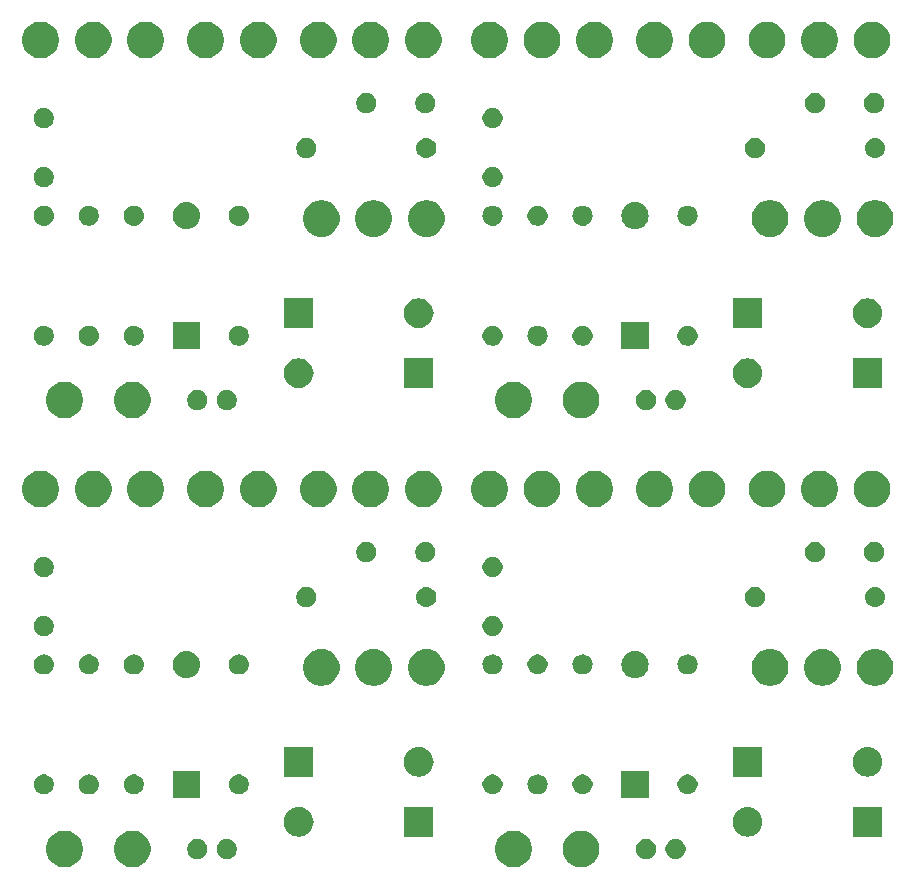
<source format=gbr>
G04 #@! TF.GenerationSoftware,KiCad,Pcbnew,(5.1.2-1)-1*
G04 #@! TF.CreationDate,2019-11-28T17:53:20+09:00*
G04 #@! TF.ProjectId,FuzzfaceMod_4,46757a7a-6661-4636-954d-6f645f342e6b,rev?*
G04 #@! TF.SameCoordinates,Original*
G04 #@! TF.FileFunction,Soldermask,Top*
G04 #@! TF.FilePolarity,Negative*
%FSLAX46Y46*%
G04 Gerber Fmt 4.6, Leading zero omitted, Abs format (unit mm)*
G04 Created by KiCad (PCBNEW (5.1.2-1)-1) date 2019-11-28 17:53:20*
%MOMM*%
%LPD*%
G04 APERTURE LIST*
%ADD10C,0.100000*%
G04 APERTURE END LIST*
D10*
G36*
X125291585Y-113176802D02*
G01*
X125441410Y-113206604D01*
X125723674Y-113323521D01*
X125977705Y-113493259D01*
X126193741Y-113709295D01*
X126363479Y-113963326D01*
X126480396Y-114245590D01*
X126540000Y-114545240D01*
X126540000Y-114850760D01*
X126480396Y-115150410D01*
X126363479Y-115432674D01*
X126193741Y-115686705D01*
X125977705Y-115902741D01*
X125723674Y-116072479D01*
X125441410Y-116189396D01*
X125291585Y-116219198D01*
X125141761Y-116249000D01*
X124836239Y-116249000D01*
X124686415Y-116219198D01*
X124536590Y-116189396D01*
X124254326Y-116072479D01*
X124000295Y-115902741D01*
X123784259Y-115686705D01*
X123614521Y-115432674D01*
X123497604Y-115150410D01*
X123438000Y-114850760D01*
X123438000Y-114545240D01*
X123497604Y-114245590D01*
X123614521Y-113963326D01*
X123784259Y-113709295D01*
X124000295Y-113493259D01*
X124254326Y-113323521D01*
X124536590Y-113206604D01*
X124686415Y-113176802D01*
X124836239Y-113147000D01*
X125141761Y-113147000D01*
X125291585Y-113176802D01*
X125291585Y-113176802D01*
G37*
G36*
X119576585Y-113176802D02*
G01*
X119726410Y-113206604D01*
X120008674Y-113323521D01*
X120262705Y-113493259D01*
X120478741Y-113709295D01*
X120648479Y-113963326D01*
X120765396Y-114245590D01*
X120825000Y-114545240D01*
X120825000Y-114850760D01*
X120765396Y-115150410D01*
X120648479Y-115432674D01*
X120478741Y-115686705D01*
X120262705Y-115902741D01*
X120008674Y-116072479D01*
X119726410Y-116189396D01*
X119576585Y-116219198D01*
X119426761Y-116249000D01*
X119121239Y-116249000D01*
X118971415Y-116219198D01*
X118821590Y-116189396D01*
X118539326Y-116072479D01*
X118285295Y-115902741D01*
X118069259Y-115686705D01*
X117899521Y-115432674D01*
X117782604Y-115150410D01*
X117723000Y-114850760D01*
X117723000Y-114545240D01*
X117782604Y-114245590D01*
X117899521Y-113963326D01*
X118069259Y-113709295D01*
X118285295Y-113493259D01*
X118539326Y-113323521D01*
X118821590Y-113206604D01*
X118971415Y-113176802D01*
X119121239Y-113147000D01*
X119426761Y-113147000D01*
X119576585Y-113176802D01*
X119576585Y-113176802D01*
G37*
G36*
X87291585Y-113176802D02*
G01*
X87441410Y-113206604D01*
X87723674Y-113323521D01*
X87977705Y-113493259D01*
X88193741Y-113709295D01*
X88363479Y-113963326D01*
X88480396Y-114245590D01*
X88540000Y-114545240D01*
X88540000Y-114850760D01*
X88480396Y-115150410D01*
X88363479Y-115432674D01*
X88193741Y-115686705D01*
X87977705Y-115902741D01*
X87723674Y-116072479D01*
X87441410Y-116189396D01*
X87291585Y-116219198D01*
X87141761Y-116249000D01*
X86836239Y-116249000D01*
X86686415Y-116219198D01*
X86536590Y-116189396D01*
X86254326Y-116072479D01*
X86000295Y-115902741D01*
X85784259Y-115686705D01*
X85614521Y-115432674D01*
X85497604Y-115150410D01*
X85438000Y-114850760D01*
X85438000Y-114545240D01*
X85497604Y-114245590D01*
X85614521Y-113963326D01*
X85784259Y-113709295D01*
X86000295Y-113493259D01*
X86254326Y-113323521D01*
X86536590Y-113206604D01*
X86686415Y-113176802D01*
X86836239Y-113147000D01*
X87141761Y-113147000D01*
X87291585Y-113176802D01*
X87291585Y-113176802D01*
G37*
G36*
X81576585Y-113176802D02*
G01*
X81726410Y-113206604D01*
X82008674Y-113323521D01*
X82262705Y-113493259D01*
X82478741Y-113709295D01*
X82648479Y-113963326D01*
X82765396Y-114245590D01*
X82825000Y-114545240D01*
X82825000Y-114850760D01*
X82765396Y-115150410D01*
X82648479Y-115432674D01*
X82478741Y-115686705D01*
X82262705Y-115902741D01*
X82008674Y-116072479D01*
X81726410Y-116189396D01*
X81576585Y-116219198D01*
X81426761Y-116249000D01*
X81121239Y-116249000D01*
X80971415Y-116219198D01*
X80821590Y-116189396D01*
X80539326Y-116072479D01*
X80285295Y-115902741D01*
X80069259Y-115686705D01*
X79899521Y-115432674D01*
X79782604Y-115150410D01*
X79723000Y-114850760D01*
X79723000Y-114545240D01*
X79782604Y-114245590D01*
X79899521Y-113963326D01*
X80069259Y-113709295D01*
X80285295Y-113493259D01*
X80539326Y-113323521D01*
X80821590Y-113206604D01*
X80971415Y-113176802D01*
X81121239Y-113147000D01*
X81426761Y-113147000D01*
X81576585Y-113176802D01*
X81576585Y-113176802D01*
G37*
G36*
X133238228Y-113879703D02*
G01*
X133393100Y-113943853D01*
X133532481Y-114036985D01*
X133651015Y-114155519D01*
X133744147Y-114294900D01*
X133808297Y-114449772D01*
X133841000Y-114614184D01*
X133841000Y-114781816D01*
X133808297Y-114946228D01*
X133744147Y-115101100D01*
X133651015Y-115240481D01*
X133532481Y-115359015D01*
X133393100Y-115452147D01*
X133238228Y-115516297D01*
X133073816Y-115549000D01*
X132906184Y-115549000D01*
X132741772Y-115516297D01*
X132586900Y-115452147D01*
X132447519Y-115359015D01*
X132328985Y-115240481D01*
X132235853Y-115101100D01*
X132171703Y-114946228D01*
X132139000Y-114781816D01*
X132139000Y-114614184D01*
X132171703Y-114449772D01*
X132235853Y-114294900D01*
X132328985Y-114155519D01*
X132447519Y-114036985D01*
X132586900Y-113943853D01*
X132741772Y-113879703D01*
X132906184Y-113847000D01*
X133073816Y-113847000D01*
X133238228Y-113879703D01*
X133238228Y-113879703D01*
G37*
G36*
X130738228Y-113879703D02*
G01*
X130893100Y-113943853D01*
X131032481Y-114036985D01*
X131151015Y-114155519D01*
X131244147Y-114294900D01*
X131308297Y-114449772D01*
X131341000Y-114614184D01*
X131341000Y-114781816D01*
X131308297Y-114946228D01*
X131244147Y-115101100D01*
X131151015Y-115240481D01*
X131032481Y-115359015D01*
X130893100Y-115452147D01*
X130738228Y-115516297D01*
X130573816Y-115549000D01*
X130406184Y-115549000D01*
X130241772Y-115516297D01*
X130086900Y-115452147D01*
X129947519Y-115359015D01*
X129828985Y-115240481D01*
X129735853Y-115101100D01*
X129671703Y-114946228D01*
X129639000Y-114781816D01*
X129639000Y-114614184D01*
X129671703Y-114449772D01*
X129735853Y-114294900D01*
X129828985Y-114155519D01*
X129947519Y-114036985D01*
X130086900Y-113943853D01*
X130241772Y-113879703D01*
X130406184Y-113847000D01*
X130573816Y-113847000D01*
X130738228Y-113879703D01*
X130738228Y-113879703D01*
G37*
G36*
X95238228Y-113879703D02*
G01*
X95393100Y-113943853D01*
X95532481Y-114036985D01*
X95651015Y-114155519D01*
X95744147Y-114294900D01*
X95808297Y-114449772D01*
X95841000Y-114614184D01*
X95841000Y-114781816D01*
X95808297Y-114946228D01*
X95744147Y-115101100D01*
X95651015Y-115240481D01*
X95532481Y-115359015D01*
X95393100Y-115452147D01*
X95238228Y-115516297D01*
X95073816Y-115549000D01*
X94906184Y-115549000D01*
X94741772Y-115516297D01*
X94586900Y-115452147D01*
X94447519Y-115359015D01*
X94328985Y-115240481D01*
X94235853Y-115101100D01*
X94171703Y-114946228D01*
X94139000Y-114781816D01*
X94139000Y-114614184D01*
X94171703Y-114449772D01*
X94235853Y-114294900D01*
X94328985Y-114155519D01*
X94447519Y-114036985D01*
X94586900Y-113943853D01*
X94741772Y-113879703D01*
X94906184Y-113847000D01*
X95073816Y-113847000D01*
X95238228Y-113879703D01*
X95238228Y-113879703D01*
G37*
G36*
X92738228Y-113879703D02*
G01*
X92893100Y-113943853D01*
X93032481Y-114036985D01*
X93151015Y-114155519D01*
X93244147Y-114294900D01*
X93308297Y-114449772D01*
X93341000Y-114614184D01*
X93341000Y-114781816D01*
X93308297Y-114946228D01*
X93244147Y-115101100D01*
X93151015Y-115240481D01*
X93032481Y-115359015D01*
X92893100Y-115452147D01*
X92738228Y-115516297D01*
X92573816Y-115549000D01*
X92406184Y-115549000D01*
X92241772Y-115516297D01*
X92086900Y-115452147D01*
X91947519Y-115359015D01*
X91828985Y-115240481D01*
X91735853Y-115101100D01*
X91671703Y-114946228D01*
X91639000Y-114781816D01*
X91639000Y-114614184D01*
X91671703Y-114449772D01*
X91735853Y-114294900D01*
X91828985Y-114155519D01*
X91947519Y-114036985D01*
X92086900Y-113943853D01*
X92241772Y-113879703D01*
X92406184Y-113847000D01*
X92573816Y-113847000D01*
X92738228Y-113879703D01*
X92738228Y-113879703D01*
G37*
G36*
X150497000Y-113663000D02*
G01*
X147995000Y-113663000D01*
X147995000Y-111161000D01*
X150497000Y-111161000D01*
X150497000Y-113663000D01*
X150497000Y-113663000D01*
G37*
G36*
X139331239Y-111179101D02*
G01*
X139567053Y-111250634D01*
X139784381Y-111366799D01*
X139974871Y-111523129D01*
X140131201Y-111713619D01*
X140247366Y-111930947D01*
X140318899Y-112166761D01*
X140343053Y-112412000D01*
X140318899Y-112657239D01*
X140247366Y-112893053D01*
X140131201Y-113110381D01*
X139974871Y-113300871D01*
X139784381Y-113457201D01*
X139567053Y-113573366D01*
X139331239Y-113644899D01*
X139147457Y-113663000D01*
X139024543Y-113663000D01*
X138840761Y-113644899D01*
X138604947Y-113573366D01*
X138387619Y-113457201D01*
X138197129Y-113300871D01*
X138040799Y-113110381D01*
X137924634Y-112893053D01*
X137853101Y-112657239D01*
X137828947Y-112412000D01*
X137853101Y-112166761D01*
X137924634Y-111930947D01*
X138040799Y-111713619D01*
X138197129Y-111523129D01*
X138387619Y-111366799D01*
X138604947Y-111250634D01*
X138840761Y-111179101D01*
X139024543Y-111161000D01*
X139147457Y-111161000D01*
X139331239Y-111179101D01*
X139331239Y-111179101D01*
G37*
G36*
X112497000Y-113663000D02*
G01*
X109995000Y-113663000D01*
X109995000Y-111161000D01*
X112497000Y-111161000D01*
X112497000Y-113663000D01*
X112497000Y-113663000D01*
G37*
G36*
X101331239Y-111179101D02*
G01*
X101567053Y-111250634D01*
X101784381Y-111366799D01*
X101974871Y-111523129D01*
X102131201Y-111713619D01*
X102247366Y-111930947D01*
X102318899Y-112166761D01*
X102343053Y-112412000D01*
X102318899Y-112657239D01*
X102247366Y-112893053D01*
X102131201Y-113110381D01*
X101974871Y-113300871D01*
X101784381Y-113457201D01*
X101567053Y-113573366D01*
X101331239Y-113644899D01*
X101147457Y-113663000D01*
X101024543Y-113663000D01*
X100840761Y-113644899D01*
X100604947Y-113573366D01*
X100387619Y-113457201D01*
X100197129Y-113300871D01*
X100040799Y-113110381D01*
X99924634Y-112893053D01*
X99853101Y-112657239D01*
X99828947Y-112412000D01*
X99853101Y-112166761D01*
X99924634Y-111930947D01*
X100040799Y-111713619D01*
X100197129Y-111523129D01*
X100387619Y-111366799D01*
X100604947Y-111250634D01*
X100840761Y-111179101D01*
X101024543Y-111161000D01*
X101147457Y-111161000D01*
X101331239Y-111179101D01*
X101331239Y-111179101D01*
G37*
G36*
X130712000Y-110388000D02*
G01*
X128410000Y-110388000D01*
X128410000Y-108086000D01*
X130712000Y-108086000D01*
X130712000Y-110388000D01*
X130712000Y-110388000D01*
G37*
G36*
X92712000Y-110388000D02*
G01*
X90410000Y-110388000D01*
X90410000Y-108086000D01*
X92712000Y-108086000D01*
X92712000Y-110388000D01*
X92712000Y-110388000D01*
G37*
G36*
X96254228Y-108418703D02*
G01*
X96409100Y-108482853D01*
X96548481Y-108575985D01*
X96667015Y-108694519D01*
X96760147Y-108833900D01*
X96824297Y-108988772D01*
X96857000Y-109153184D01*
X96857000Y-109320816D01*
X96824297Y-109485228D01*
X96760147Y-109640100D01*
X96667015Y-109779481D01*
X96548481Y-109898015D01*
X96409100Y-109991147D01*
X96254228Y-110055297D01*
X96089816Y-110088000D01*
X95922184Y-110088000D01*
X95757772Y-110055297D01*
X95602900Y-109991147D01*
X95463519Y-109898015D01*
X95344985Y-109779481D01*
X95251853Y-109640100D01*
X95187703Y-109485228D01*
X95155000Y-109320816D01*
X95155000Y-109153184D01*
X95187703Y-108988772D01*
X95251853Y-108833900D01*
X95344985Y-108694519D01*
X95463519Y-108575985D01*
X95602900Y-108482853D01*
X95757772Y-108418703D01*
X95922184Y-108386000D01*
X96089816Y-108386000D01*
X96254228Y-108418703D01*
X96254228Y-108418703D01*
G37*
G36*
X117744228Y-108418703D02*
G01*
X117899100Y-108482853D01*
X118038481Y-108575985D01*
X118157015Y-108694519D01*
X118250147Y-108833900D01*
X118314297Y-108988772D01*
X118347000Y-109153184D01*
X118347000Y-109320816D01*
X118314297Y-109485228D01*
X118250147Y-109640100D01*
X118157015Y-109779481D01*
X118038481Y-109898015D01*
X117899100Y-109991147D01*
X117744228Y-110055297D01*
X117579816Y-110088000D01*
X117412184Y-110088000D01*
X117247772Y-110055297D01*
X117092900Y-109991147D01*
X116953519Y-109898015D01*
X116834985Y-109779481D01*
X116741853Y-109640100D01*
X116677703Y-109485228D01*
X116645000Y-109320816D01*
X116645000Y-109153184D01*
X116677703Y-108988772D01*
X116741853Y-108833900D01*
X116834985Y-108694519D01*
X116953519Y-108575985D01*
X117092900Y-108482853D01*
X117247772Y-108418703D01*
X117412184Y-108386000D01*
X117579816Y-108386000D01*
X117744228Y-108418703D01*
X117744228Y-108418703D01*
G37*
G36*
X79744228Y-108418703D02*
G01*
X79899100Y-108482853D01*
X80038481Y-108575985D01*
X80157015Y-108694519D01*
X80250147Y-108833900D01*
X80314297Y-108988772D01*
X80347000Y-109153184D01*
X80347000Y-109320816D01*
X80314297Y-109485228D01*
X80250147Y-109640100D01*
X80157015Y-109779481D01*
X80038481Y-109898015D01*
X79899100Y-109991147D01*
X79744228Y-110055297D01*
X79579816Y-110088000D01*
X79412184Y-110088000D01*
X79247772Y-110055297D01*
X79092900Y-109991147D01*
X78953519Y-109898015D01*
X78834985Y-109779481D01*
X78741853Y-109640100D01*
X78677703Y-109485228D01*
X78645000Y-109320816D01*
X78645000Y-109153184D01*
X78677703Y-108988772D01*
X78741853Y-108833900D01*
X78834985Y-108694519D01*
X78953519Y-108575985D01*
X79092900Y-108482853D01*
X79247772Y-108418703D01*
X79412184Y-108386000D01*
X79579816Y-108386000D01*
X79744228Y-108418703D01*
X79744228Y-108418703D01*
G37*
G36*
X125364228Y-108418703D02*
G01*
X125519100Y-108482853D01*
X125658481Y-108575985D01*
X125777015Y-108694519D01*
X125870147Y-108833900D01*
X125934297Y-108988772D01*
X125967000Y-109153184D01*
X125967000Y-109320816D01*
X125934297Y-109485228D01*
X125870147Y-109640100D01*
X125777015Y-109779481D01*
X125658481Y-109898015D01*
X125519100Y-109991147D01*
X125364228Y-110055297D01*
X125199816Y-110088000D01*
X125032184Y-110088000D01*
X124867772Y-110055297D01*
X124712900Y-109991147D01*
X124573519Y-109898015D01*
X124454985Y-109779481D01*
X124361853Y-109640100D01*
X124297703Y-109485228D01*
X124265000Y-109320816D01*
X124265000Y-109153184D01*
X124297703Y-108988772D01*
X124361853Y-108833900D01*
X124454985Y-108694519D01*
X124573519Y-108575985D01*
X124712900Y-108482853D01*
X124867772Y-108418703D01*
X125032184Y-108386000D01*
X125199816Y-108386000D01*
X125364228Y-108418703D01*
X125364228Y-108418703D01*
G37*
G36*
X87364228Y-108418703D02*
G01*
X87519100Y-108482853D01*
X87658481Y-108575985D01*
X87777015Y-108694519D01*
X87870147Y-108833900D01*
X87934297Y-108988772D01*
X87967000Y-109153184D01*
X87967000Y-109320816D01*
X87934297Y-109485228D01*
X87870147Y-109640100D01*
X87777015Y-109779481D01*
X87658481Y-109898015D01*
X87519100Y-109991147D01*
X87364228Y-110055297D01*
X87199816Y-110088000D01*
X87032184Y-110088000D01*
X86867772Y-110055297D01*
X86712900Y-109991147D01*
X86573519Y-109898015D01*
X86454985Y-109779481D01*
X86361853Y-109640100D01*
X86297703Y-109485228D01*
X86265000Y-109320816D01*
X86265000Y-109153184D01*
X86297703Y-108988772D01*
X86361853Y-108833900D01*
X86454985Y-108694519D01*
X86573519Y-108575985D01*
X86712900Y-108482853D01*
X86867772Y-108418703D01*
X87032184Y-108386000D01*
X87199816Y-108386000D01*
X87364228Y-108418703D01*
X87364228Y-108418703D01*
G37*
G36*
X134254228Y-108418703D02*
G01*
X134409100Y-108482853D01*
X134548481Y-108575985D01*
X134667015Y-108694519D01*
X134760147Y-108833900D01*
X134824297Y-108988772D01*
X134857000Y-109153184D01*
X134857000Y-109320816D01*
X134824297Y-109485228D01*
X134760147Y-109640100D01*
X134667015Y-109779481D01*
X134548481Y-109898015D01*
X134409100Y-109991147D01*
X134254228Y-110055297D01*
X134089816Y-110088000D01*
X133922184Y-110088000D01*
X133757772Y-110055297D01*
X133602900Y-109991147D01*
X133463519Y-109898015D01*
X133344985Y-109779481D01*
X133251853Y-109640100D01*
X133187703Y-109485228D01*
X133155000Y-109320816D01*
X133155000Y-109153184D01*
X133187703Y-108988772D01*
X133251853Y-108833900D01*
X133344985Y-108694519D01*
X133463519Y-108575985D01*
X133602900Y-108482853D01*
X133757772Y-108418703D01*
X133922184Y-108386000D01*
X134089816Y-108386000D01*
X134254228Y-108418703D01*
X134254228Y-108418703D01*
G37*
G36*
X83472823Y-108398313D02*
G01*
X83633242Y-108446976D01*
X83720031Y-108493366D01*
X83781078Y-108525996D01*
X83910659Y-108632341D01*
X84017004Y-108761922D01*
X84017005Y-108761924D01*
X84096024Y-108909758D01*
X84144687Y-109070177D01*
X84161117Y-109237000D01*
X84144687Y-109403823D01*
X84096024Y-109564242D01*
X84055477Y-109640100D01*
X84017004Y-109712078D01*
X83910659Y-109841659D01*
X83781078Y-109948004D01*
X83781076Y-109948005D01*
X83633242Y-110027024D01*
X83472823Y-110075687D01*
X83347804Y-110088000D01*
X83264196Y-110088000D01*
X83139177Y-110075687D01*
X82978758Y-110027024D01*
X82830924Y-109948005D01*
X82830922Y-109948004D01*
X82701341Y-109841659D01*
X82594996Y-109712078D01*
X82556523Y-109640100D01*
X82515976Y-109564242D01*
X82467313Y-109403823D01*
X82450883Y-109237000D01*
X82467313Y-109070177D01*
X82515976Y-108909758D01*
X82594995Y-108761924D01*
X82594996Y-108761922D01*
X82701341Y-108632341D01*
X82830922Y-108525996D01*
X82891969Y-108493366D01*
X82978758Y-108446976D01*
X83139177Y-108398313D01*
X83264196Y-108386000D01*
X83347804Y-108386000D01*
X83472823Y-108398313D01*
X83472823Y-108398313D01*
G37*
G36*
X121472823Y-108398313D02*
G01*
X121633242Y-108446976D01*
X121720031Y-108493366D01*
X121781078Y-108525996D01*
X121910659Y-108632341D01*
X122017004Y-108761922D01*
X122017005Y-108761924D01*
X122096024Y-108909758D01*
X122144687Y-109070177D01*
X122161117Y-109237000D01*
X122144687Y-109403823D01*
X122096024Y-109564242D01*
X122055477Y-109640100D01*
X122017004Y-109712078D01*
X121910659Y-109841659D01*
X121781078Y-109948004D01*
X121781076Y-109948005D01*
X121633242Y-110027024D01*
X121472823Y-110075687D01*
X121347804Y-110088000D01*
X121264196Y-110088000D01*
X121139177Y-110075687D01*
X120978758Y-110027024D01*
X120830924Y-109948005D01*
X120830922Y-109948004D01*
X120701341Y-109841659D01*
X120594996Y-109712078D01*
X120556523Y-109640100D01*
X120515976Y-109564242D01*
X120467313Y-109403823D01*
X120450883Y-109237000D01*
X120467313Y-109070177D01*
X120515976Y-108909758D01*
X120594995Y-108761924D01*
X120594996Y-108761922D01*
X120701341Y-108632341D01*
X120830922Y-108525996D01*
X120891969Y-108493366D01*
X120978758Y-108446976D01*
X121139177Y-108398313D01*
X121264196Y-108386000D01*
X121347804Y-108386000D01*
X121472823Y-108398313D01*
X121472823Y-108398313D01*
G37*
G36*
X102337000Y-108583000D02*
G01*
X99835000Y-108583000D01*
X99835000Y-106081000D01*
X102337000Y-106081000D01*
X102337000Y-108583000D01*
X102337000Y-108583000D01*
G37*
G36*
X149491239Y-106099101D02*
G01*
X149727053Y-106170634D01*
X149944381Y-106286799D01*
X150134871Y-106443129D01*
X150291201Y-106633619D01*
X150407366Y-106850947D01*
X150478899Y-107086761D01*
X150503053Y-107332000D01*
X150478899Y-107577239D01*
X150407366Y-107813053D01*
X150291201Y-108030381D01*
X150134871Y-108220871D01*
X149944381Y-108377201D01*
X149727053Y-108493366D01*
X149491239Y-108564899D01*
X149307457Y-108583000D01*
X149184543Y-108583000D01*
X149000761Y-108564899D01*
X148764947Y-108493366D01*
X148547619Y-108377201D01*
X148357129Y-108220871D01*
X148200799Y-108030381D01*
X148084634Y-107813053D01*
X148013101Y-107577239D01*
X147988947Y-107332000D01*
X148013101Y-107086761D01*
X148084634Y-106850947D01*
X148200799Y-106633619D01*
X148357129Y-106443129D01*
X148547619Y-106286799D01*
X148764947Y-106170634D01*
X149000761Y-106099101D01*
X149184543Y-106081000D01*
X149307457Y-106081000D01*
X149491239Y-106099101D01*
X149491239Y-106099101D01*
G37*
G36*
X111491239Y-106099101D02*
G01*
X111727053Y-106170634D01*
X111944381Y-106286799D01*
X112134871Y-106443129D01*
X112291201Y-106633619D01*
X112407366Y-106850947D01*
X112478899Y-107086761D01*
X112503053Y-107332000D01*
X112478899Y-107577239D01*
X112407366Y-107813053D01*
X112291201Y-108030381D01*
X112134871Y-108220871D01*
X111944381Y-108377201D01*
X111727053Y-108493366D01*
X111491239Y-108564899D01*
X111307457Y-108583000D01*
X111184543Y-108583000D01*
X111000761Y-108564899D01*
X110764947Y-108493366D01*
X110547619Y-108377201D01*
X110357129Y-108220871D01*
X110200799Y-108030381D01*
X110084634Y-107813053D01*
X110013101Y-107577239D01*
X109988947Y-107332000D01*
X110013101Y-107086761D01*
X110084634Y-106850947D01*
X110200799Y-106633619D01*
X110357129Y-106443129D01*
X110547619Y-106286799D01*
X110764947Y-106170634D01*
X111000761Y-106099101D01*
X111184543Y-106081000D01*
X111307457Y-106081000D01*
X111491239Y-106099101D01*
X111491239Y-106099101D01*
G37*
G36*
X140337000Y-108583000D02*
G01*
X137835000Y-108583000D01*
X137835000Y-106081000D01*
X140337000Y-106081000D01*
X140337000Y-108583000D01*
X140337000Y-108583000D01*
G37*
G36*
X112183585Y-97809802D02*
G01*
X112333410Y-97839604D01*
X112615674Y-97956521D01*
X112869705Y-98126259D01*
X113085741Y-98342295D01*
X113255479Y-98596326D01*
X113372396Y-98878590D01*
X113432000Y-99178240D01*
X113432000Y-99483760D01*
X113372396Y-99783410D01*
X113255479Y-100065674D01*
X113085741Y-100319705D01*
X112869705Y-100535741D01*
X112615674Y-100705479D01*
X112333410Y-100822396D01*
X112183585Y-100852198D01*
X112033761Y-100882000D01*
X111728239Y-100882000D01*
X111578415Y-100852198D01*
X111428590Y-100822396D01*
X111146326Y-100705479D01*
X110892295Y-100535741D01*
X110676259Y-100319705D01*
X110506521Y-100065674D01*
X110389604Y-99783410D01*
X110330000Y-99483760D01*
X110330000Y-99178240D01*
X110389604Y-98878590D01*
X110506521Y-98596326D01*
X110676259Y-98342295D01*
X110892295Y-98126259D01*
X111146326Y-97956521D01*
X111428590Y-97839604D01*
X111578415Y-97809802D01*
X111728239Y-97780000D01*
X112033761Y-97780000D01*
X112183585Y-97809802D01*
X112183585Y-97809802D01*
G37*
G36*
X150183585Y-97809802D02*
G01*
X150333410Y-97839604D01*
X150615674Y-97956521D01*
X150869705Y-98126259D01*
X151085741Y-98342295D01*
X151255479Y-98596326D01*
X151372396Y-98878590D01*
X151432000Y-99178240D01*
X151432000Y-99483760D01*
X151372396Y-99783410D01*
X151255479Y-100065674D01*
X151085741Y-100319705D01*
X150869705Y-100535741D01*
X150615674Y-100705479D01*
X150333410Y-100822396D01*
X150183585Y-100852198D01*
X150033761Y-100882000D01*
X149728239Y-100882000D01*
X149578415Y-100852198D01*
X149428590Y-100822396D01*
X149146326Y-100705479D01*
X148892295Y-100535741D01*
X148676259Y-100319705D01*
X148506521Y-100065674D01*
X148389604Y-99783410D01*
X148330000Y-99483760D01*
X148330000Y-99178240D01*
X148389604Y-98878590D01*
X148506521Y-98596326D01*
X148676259Y-98342295D01*
X148892295Y-98126259D01*
X149146326Y-97956521D01*
X149428590Y-97839604D01*
X149578415Y-97809802D01*
X149728239Y-97780000D01*
X150033761Y-97780000D01*
X150183585Y-97809802D01*
X150183585Y-97809802D01*
G37*
G36*
X107738585Y-97809802D02*
G01*
X107888410Y-97839604D01*
X108170674Y-97956521D01*
X108424705Y-98126259D01*
X108640741Y-98342295D01*
X108810479Y-98596326D01*
X108927396Y-98878590D01*
X108987000Y-99178240D01*
X108987000Y-99483760D01*
X108927396Y-99783410D01*
X108810479Y-100065674D01*
X108640741Y-100319705D01*
X108424705Y-100535741D01*
X108170674Y-100705479D01*
X107888410Y-100822396D01*
X107738585Y-100852198D01*
X107588761Y-100882000D01*
X107283239Y-100882000D01*
X107133415Y-100852198D01*
X106983590Y-100822396D01*
X106701326Y-100705479D01*
X106447295Y-100535741D01*
X106231259Y-100319705D01*
X106061521Y-100065674D01*
X105944604Y-99783410D01*
X105885000Y-99483760D01*
X105885000Y-99178240D01*
X105944604Y-98878590D01*
X106061521Y-98596326D01*
X106231259Y-98342295D01*
X106447295Y-98126259D01*
X106701326Y-97956521D01*
X106983590Y-97839604D01*
X107133415Y-97809802D01*
X107283239Y-97780000D01*
X107588761Y-97780000D01*
X107738585Y-97809802D01*
X107738585Y-97809802D01*
G37*
G36*
X145738585Y-97809802D02*
G01*
X145888410Y-97839604D01*
X146170674Y-97956521D01*
X146424705Y-98126259D01*
X146640741Y-98342295D01*
X146810479Y-98596326D01*
X146927396Y-98878590D01*
X146987000Y-99178240D01*
X146987000Y-99483760D01*
X146927396Y-99783410D01*
X146810479Y-100065674D01*
X146640741Y-100319705D01*
X146424705Y-100535741D01*
X146170674Y-100705479D01*
X145888410Y-100822396D01*
X145738585Y-100852198D01*
X145588761Y-100882000D01*
X145283239Y-100882000D01*
X145133415Y-100852198D01*
X144983590Y-100822396D01*
X144701326Y-100705479D01*
X144447295Y-100535741D01*
X144231259Y-100319705D01*
X144061521Y-100065674D01*
X143944604Y-99783410D01*
X143885000Y-99483760D01*
X143885000Y-99178240D01*
X143944604Y-98878590D01*
X144061521Y-98596326D01*
X144231259Y-98342295D01*
X144447295Y-98126259D01*
X144701326Y-97956521D01*
X144983590Y-97839604D01*
X145133415Y-97809802D01*
X145283239Y-97780000D01*
X145588761Y-97780000D01*
X145738585Y-97809802D01*
X145738585Y-97809802D01*
G37*
G36*
X103293585Y-97809802D02*
G01*
X103443410Y-97839604D01*
X103725674Y-97956521D01*
X103979705Y-98126259D01*
X104195741Y-98342295D01*
X104365479Y-98596326D01*
X104482396Y-98878590D01*
X104542000Y-99178240D01*
X104542000Y-99483760D01*
X104482396Y-99783410D01*
X104365479Y-100065674D01*
X104195741Y-100319705D01*
X103979705Y-100535741D01*
X103725674Y-100705479D01*
X103443410Y-100822396D01*
X103293585Y-100852198D01*
X103143761Y-100882000D01*
X102838239Y-100882000D01*
X102688415Y-100852198D01*
X102538590Y-100822396D01*
X102256326Y-100705479D01*
X102002295Y-100535741D01*
X101786259Y-100319705D01*
X101616521Y-100065674D01*
X101499604Y-99783410D01*
X101440000Y-99483760D01*
X101440000Y-99178240D01*
X101499604Y-98878590D01*
X101616521Y-98596326D01*
X101786259Y-98342295D01*
X102002295Y-98126259D01*
X102256326Y-97956521D01*
X102538590Y-97839604D01*
X102688415Y-97809802D01*
X102838239Y-97780000D01*
X103143761Y-97780000D01*
X103293585Y-97809802D01*
X103293585Y-97809802D01*
G37*
G36*
X141293585Y-97809802D02*
G01*
X141443410Y-97839604D01*
X141725674Y-97956521D01*
X141979705Y-98126259D01*
X142195741Y-98342295D01*
X142365479Y-98596326D01*
X142482396Y-98878590D01*
X142542000Y-99178240D01*
X142542000Y-99483760D01*
X142482396Y-99783410D01*
X142365479Y-100065674D01*
X142195741Y-100319705D01*
X141979705Y-100535741D01*
X141725674Y-100705479D01*
X141443410Y-100822396D01*
X141293585Y-100852198D01*
X141143761Y-100882000D01*
X140838239Y-100882000D01*
X140688415Y-100852198D01*
X140538590Y-100822396D01*
X140256326Y-100705479D01*
X140002295Y-100535741D01*
X139786259Y-100319705D01*
X139616521Y-100065674D01*
X139499604Y-99783410D01*
X139440000Y-99483760D01*
X139440000Y-99178240D01*
X139499604Y-98878590D01*
X139616521Y-98596326D01*
X139786259Y-98342295D01*
X140002295Y-98126259D01*
X140256326Y-97956521D01*
X140538590Y-97839604D01*
X140688415Y-97809802D01*
X140838239Y-97780000D01*
X141143761Y-97780000D01*
X141293585Y-97809802D01*
X141293585Y-97809802D01*
G37*
G36*
X129730271Y-97937103D02*
G01*
X129786635Y-97942654D01*
X130003600Y-98008470D01*
X130003602Y-98008471D01*
X130203555Y-98115347D01*
X130378818Y-98259182D01*
X130522653Y-98434445D01*
X130609179Y-98596326D01*
X130629530Y-98634400D01*
X130695346Y-98851365D01*
X130717569Y-99077000D01*
X130695346Y-99302635D01*
X130640402Y-99483761D01*
X130629529Y-99519602D01*
X130522653Y-99719555D01*
X130378818Y-99894818D01*
X130203555Y-100038653D01*
X130003602Y-100145529D01*
X130003600Y-100145530D01*
X129786635Y-100211346D01*
X129730271Y-100216897D01*
X129617545Y-100228000D01*
X129504455Y-100228000D01*
X129391729Y-100216897D01*
X129335365Y-100211346D01*
X129118400Y-100145530D01*
X129118398Y-100145529D01*
X128918445Y-100038653D01*
X128743182Y-99894818D01*
X128599347Y-99719555D01*
X128492471Y-99519602D01*
X128481599Y-99483761D01*
X128426654Y-99302635D01*
X128404431Y-99077000D01*
X128426654Y-98851365D01*
X128492470Y-98634400D01*
X128512821Y-98596326D01*
X128599347Y-98434445D01*
X128743182Y-98259182D01*
X128918445Y-98115347D01*
X129118398Y-98008471D01*
X129118400Y-98008470D01*
X129335365Y-97942654D01*
X129391729Y-97937103D01*
X129504455Y-97926000D01*
X129617545Y-97926000D01*
X129730271Y-97937103D01*
X129730271Y-97937103D01*
G37*
G36*
X91730271Y-97937103D02*
G01*
X91786635Y-97942654D01*
X92003600Y-98008470D01*
X92003602Y-98008471D01*
X92203555Y-98115347D01*
X92378818Y-98259182D01*
X92522653Y-98434445D01*
X92609179Y-98596326D01*
X92629530Y-98634400D01*
X92695346Y-98851365D01*
X92717569Y-99077000D01*
X92695346Y-99302635D01*
X92640402Y-99483761D01*
X92629529Y-99519602D01*
X92522653Y-99719555D01*
X92378818Y-99894818D01*
X92203555Y-100038653D01*
X92003602Y-100145529D01*
X92003600Y-100145530D01*
X91786635Y-100211346D01*
X91730271Y-100216897D01*
X91617545Y-100228000D01*
X91504455Y-100228000D01*
X91391729Y-100216897D01*
X91335365Y-100211346D01*
X91118400Y-100145530D01*
X91118398Y-100145529D01*
X90918445Y-100038653D01*
X90743182Y-99894818D01*
X90599347Y-99719555D01*
X90492471Y-99519602D01*
X90481599Y-99483761D01*
X90426654Y-99302635D01*
X90404431Y-99077000D01*
X90426654Y-98851365D01*
X90492470Y-98634400D01*
X90512821Y-98596326D01*
X90599347Y-98434445D01*
X90743182Y-98259182D01*
X90918445Y-98115347D01*
X91118398Y-98008471D01*
X91118400Y-98008470D01*
X91335365Y-97942654D01*
X91391729Y-97937103D01*
X91504455Y-97926000D01*
X91617545Y-97926000D01*
X91730271Y-97937103D01*
X91730271Y-97937103D01*
G37*
G36*
X117662823Y-98238313D02*
G01*
X117823242Y-98286976D01*
X117890361Y-98322852D01*
X117971078Y-98365996D01*
X118100659Y-98472341D01*
X118207004Y-98601922D01*
X118207005Y-98601924D01*
X118286024Y-98749758D01*
X118334687Y-98910177D01*
X118351117Y-99077000D01*
X118334687Y-99243823D01*
X118286024Y-99404242D01*
X118243520Y-99483761D01*
X118207004Y-99552078D01*
X118100659Y-99681659D01*
X117971078Y-99788004D01*
X117971076Y-99788005D01*
X117823242Y-99867024D01*
X117662823Y-99915687D01*
X117537804Y-99928000D01*
X117454196Y-99928000D01*
X117329177Y-99915687D01*
X117168758Y-99867024D01*
X117020924Y-99788005D01*
X117020922Y-99788004D01*
X116891341Y-99681659D01*
X116784996Y-99552078D01*
X116748480Y-99483761D01*
X116705976Y-99404242D01*
X116657313Y-99243823D01*
X116640883Y-99077000D01*
X116657313Y-98910177D01*
X116705976Y-98749758D01*
X116784995Y-98601924D01*
X116784996Y-98601922D01*
X116891341Y-98472341D01*
X117020922Y-98365996D01*
X117101639Y-98322852D01*
X117168758Y-98286976D01*
X117329177Y-98238313D01*
X117454196Y-98226000D01*
X117537804Y-98226000D01*
X117662823Y-98238313D01*
X117662823Y-98238313D01*
G37*
G36*
X79662823Y-98238313D02*
G01*
X79823242Y-98286976D01*
X79890361Y-98322852D01*
X79971078Y-98365996D01*
X80100659Y-98472341D01*
X80207004Y-98601922D01*
X80207005Y-98601924D01*
X80286024Y-98749758D01*
X80334687Y-98910177D01*
X80351117Y-99077000D01*
X80334687Y-99243823D01*
X80286024Y-99404242D01*
X80243520Y-99483761D01*
X80207004Y-99552078D01*
X80100659Y-99681659D01*
X79971078Y-99788004D01*
X79971076Y-99788005D01*
X79823242Y-99867024D01*
X79662823Y-99915687D01*
X79537804Y-99928000D01*
X79454196Y-99928000D01*
X79329177Y-99915687D01*
X79168758Y-99867024D01*
X79020924Y-99788005D01*
X79020922Y-99788004D01*
X78891341Y-99681659D01*
X78784996Y-99552078D01*
X78748480Y-99483761D01*
X78705976Y-99404242D01*
X78657313Y-99243823D01*
X78640883Y-99077000D01*
X78657313Y-98910177D01*
X78705976Y-98749758D01*
X78784995Y-98601924D01*
X78784996Y-98601922D01*
X78891341Y-98472341D01*
X79020922Y-98365996D01*
X79101639Y-98322852D01*
X79168758Y-98286976D01*
X79329177Y-98238313D01*
X79454196Y-98226000D01*
X79537804Y-98226000D01*
X79662823Y-98238313D01*
X79662823Y-98238313D01*
G37*
G36*
X96172823Y-98238313D02*
G01*
X96333242Y-98286976D01*
X96400361Y-98322852D01*
X96481078Y-98365996D01*
X96610659Y-98472341D01*
X96717004Y-98601922D01*
X96717005Y-98601924D01*
X96796024Y-98749758D01*
X96844687Y-98910177D01*
X96861117Y-99077000D01*
X96844687Y-99243823D01*
X96796024Y-99404242D01*
X96753520Y-99483761D01*
X96717004Y-99552078D01*
X96610659Y-99681659D01*
X96481078Y-99788004D01*
X96481076Y-99788005D01*
X96333242Y-99867024D01*
X96172823Y-99915687D01*
X96047804Y-99928000D01*
X95964196Y-99928000D01*
X95839177Y-99915687D01*
X95678758Y-99867024D01*
X95530924Y-99788005D01*
X95530922Y-99788004D01*
X95401341Y-99681659D01*
X95294996Y-99552078D01*
X95258480Y-99483761D01*
X95215976Y-99404242D01*
X95167313Y-99243823D01*
X95150883Y-99077000D01*
X95167313Y-98910177D01*
X95215976Y-98749758D01*
X95294995Y-98601924D01*
X95294996Y-98601922D01*
X95401341Y-98472341D01*
X95530922Y-98365996D01*
X95611639Y-98322852D01*
X95678758Y-98286976D01*
X95839177Y-98238313D01*
X95964196Y-98226000D01*
X96047804Y-98226000D01*
X96172823Y-98238313D01*
X96172823Y-98238313D01*
G37*
G36*
X134172823Y-98238313D02*
G01*
X134333242Y-98286976D01*
X134400361Y-98322852D01*
X134481078Y-98365996D01*
X134610659Y-98472341D01*
X134717004Y-98601922D01*
X134717005Y-98601924D01*
X134796024Y-98749758D01*
X134844687Y-98910177D01*
X134861117Y-99077000D01*
X134844687Y-99243823D01*
X134796024Y-99404242D01*
X134753520Y-99483761D01*
X134717004Y-99552078D01*
X134610659Y-99681659D01*
X134481078Y-99788004D01*
X134481076Y-99788005D01*
X134333242Y-99867024D01*
X134172823Y-99915687D01*
X134047804Y-99928000D01*
X133964196Y-99928000D01*
X133839177Y-99915687D01*
X133678758Y-99867024D01*
X133530924Y-99788005D01*
X133530922Y-99788004D01*
X133401341Y-99681659D01*
X133294996Y-99552078D01*
X133258480Y-99483761D01*
X133215976Y-99404242D01*
X133167313Y-99243823D01*
X133150883Y-99077000D01*
X133167313Y-98910177D01*
X133215976Y-98749758D01*
X133294995Y-98601924D01*
X133294996Y-98601922D01*
X133401341Y-98472341D01*
X133530922Y-98365996D01*
X133611639Y-98322852D01*
X133678758Y-98286976D01*
X133839177Y-98238313D01*
X133964196Y-98226000D01*
X134047804Y-98226000D01*
X134172823Y-98238313D01*
X134172823Y-98238313D01*
G37*
G36*
X83554228Y-98258703D02*
G01*
X83709100Y-98322853D01*
X83848481Y-98415985D01*
X83967015Y-98534519D01*
X84060147Y-98673900D01*
X84124297Y-98828772D01*
X84157000Y-98993184D01*
X84157000Y-99160816D01*
X84124297Y-99325228D01*
X84060147Y-99480100D01*
X83967015Y-99619481D01*
X83848481Y-99738015D01*
X83709100Y-99831147D01*
X83554228Y-99895297D01*
X83389816Y-99928000D01*
X83222184Y-99928000D01*
X83057772Y-99895297D01*
X82902900Y-99831147D01*
X82763519Y-99738015D01*
X82644985Y-99619481D01*
X82551853Y-99480100D01*
X82487703Y-99325228D01*
X82455000Y-99160816D01*
X82455000Y-98993184D01*
X82487703Y-98828772D01*
X82551853Y-98673900D01*
X82644985Y-98534519D01*
X82763519Y-98415985D01*
X82902900Y-98322853D01*
X83057772Y-98258703D01*
X83222184Y-98226000D01*
X83389816Y-98226000D01*
X83554228Y-98258703D01*
X83554228Y-98258703D01*
G37*
G36*
X121554228Y-98258703D02*
G01*
X121709100Y-98322853D01*
X121848481Y-98415985D01*
X121967015Y-98534519D01*
X122060147Y-98673900D01*
X122124297Y-98828772D01*
X122157000Y-98993184D01*
X122157000Y-99160816D01*
X122124297Y-99325228D01*
X122060147Y-99480100D01*
X121967015Y-99619481D01*
X121848481Y-99738015D01*
X121709100Y-99831147D01*
X121554228Y-99895297D01*
X121389816Y-99928000D01*
X121222184Y-99928000D01*
X121057772Y-99895297D01*
X120902900Y-99831147D01*
X120763519Y-99738015D01*
X120644985Y-99619481D01*
X120551853Y-99480100D01*
X120487703Y-99325228D01*
X120455000Y-99160816D01*
X120455000Y-98993184D01*
X120487703Y-98828772D01*
X120551853Y-98673900D01*
X120644985Y-98534519D01*
X120763519Y-98415985D01*
X120902900Y-98322853D01*
X121057772Y-98258703D01*
X121222184Y-98226000D01*
X121389816Y-98226000D01*
X121554228Y-98258703D01*
X121554228Y-98258703D01*
G37*
G36*
X125282823Y-98238313D02*
G01*
X125443242Y-98286976D01*
X125510361Y-98322852D01*
X125591078Y-98365996D01*
X125720659Y-98472341D01*
X125827004Y-98601922D01*
X125827005Y-98601924D01*
X125906024Y-98749758D01*
X125954687Y-98910177D01*
X125971117Y-99077000D01*
X125954687Y-99243823D01*
X125906024Y-99404242D01*
X125863520Y-99483761D01*
X125827004Y-99552078D01*
X125720659Y-99681659D01*
X125591078Y-99788004D01*
X125591076Y-99788005D01*
X125443242Y-99867024D01*
X125282823Y-99915687D01*
X125157804Y-99928000D01*
X125074196Y-99928000D01*
X124949177Y-99915687D01*
X124788758Y-99867024D01*
X124640924Y-99788005D01*
X124640922Y-99788004D01*
X124511341Y-99681659D01*
X124404996Y-99552078D01*
X124368480Y-99483761D01*
X124325976Y-99404242D01*
X124277313Y-99243823D01*
X124260883Y-99077000D01*
X124277313Y-98910177D01*
X124325976Y-98749758D01*
X124404995Y-98601924D01*
X124404996Y-98601922D01*
X124511341Y-98472341D01*
X124640922Y-98365996D01*
X124721639Y-98322852D01*
X124788758Y-98286976D01*
X124949177Y-98238313D01*
X125074196Y-98226000D01*
X125157804Y-98226000D01*
X125282823Y-98238313D01*
X125282823Y-98238313D01*
G37*
G36*
X87282823Y-98238313D02*
G01*
X87443242Y-98286976D01*
X87510361Y-98322852D01*
X87591078Y-98365996D01*
X87720659Y-98472341D01*
X87827004Y-98601922D01*
X87827005Y-98601924D01*
X87906024Y-98749758D01*
X87954687Y-98910177D01*
X87971117Y-99077000D01*
X87954687Y-99243823D01*
X87906024Y-99404242D01*
X87863520Y-99483761D01*
X87827004Y-99552078D01*
X87720659Y-99681659D01*
X87591078Y-99788004D01*
X87591076Y-99788005D01*
X87443242Y-99867024D01*
X87282823Y-99915687D01*
X87157804Y-99928000D01*
X87074196Y-99928000D01*
X86949177Y-99915687D01*
X86788758Y-99867024D01*
X86640924Y-99788005D01*
X86640922Y-99788004D01*
X86511341Y-99681659D01*
X86404996Y-99552078D01*
X86368480Y-99483761D01*
X86325976Y-99404242D01*
X86277313Y-99243823D01*
X86260883Y-99077000D01*
X86277313Y-98910177D01*
X86325976Y-98749758D01*
X86404995Y-98601924D01*
X86404996Y-98601922D01*
X86511341Y-98472341D01*
X86640922Y-98365996D01*
X86721639Y-98322852D01*
X86788758Y-98286976D01*
X86949177Y-98238313D01*
X87074196Y-98226000D01*
X87157804Y-98226000D01*
X87282823Y-98238313D01*
X87282823Y-98238313D01*
G37*
G36*
X79744228Y-95003703D02*
G01*
X79899100Y-95067853D01*
X80038481Y-95160985D01*
X80157015Y-95279519D01*
X80250147Y-95418900D01*
X80314297Y-95573772D01*
X80347000Y-95738184D01*
X80347000Y-95905816D01*
X80314297Y-96070228D01*
X80250147Y-96225100D01*
X80157015Y-96364481D01*
X80038481Y-96483015D01*
X79899100Y-96576147D01*
X79744228Y-96640297D01*
X79579816Y-96673000D01*
X79412184Y-96673000D01*
X79247772Y-96640297D01*
X79092900Y-96576147D01*
X78953519Y-96483015D01*
X78834985Y-96364481D01*
X78741853Y-96225100D01*
X78677703Y-96070228D01*
X78645000Y-95905816D01*
X78645000Y-95738184D01*
X78677703Y-95573772D01*
X78741853Y-95418900D01*
X78834985Y-95279519D01*
X78953519Y-95160985D01*
X79092900Y-95067853D01*
X79247772Y-95003703D01*
X79412184Y-94971000D01*
X79579816Y-94971000D01*
X79744228Y-95003703D01*
X79744228Y-95003703D01*
G37*
G36*
X117744228Y-95003703D02*
G01*
X117899100Y-95067853D01*
X118038481Y-95160985D01*
X118157015Y-95279519D01*
X118250147Y-95418900D01*
X118314297Y-95573772D01*
X118347000Y-95738184D01*
X118347000Y-95905816D01*
X118314297Y-96070228D01*
X118250147Y-96225100D01*
X118157015Y-96364481D01*
X118038481Y-96483015D01*
X117899100Y-96576147D01*
X117744228Y-96640297D01*
X117579816Y-96673000D01*
X117412184Y-96673000D01*
X117247772Y-96640297D01*
X117092900Y-96576147D01*
X116953519Y-96483015D01*
X116834985Y-96364481D01*
X116741853Y-96225100D01*
X116677703Y-96070228D01*
X116645000Y-95905816D01*
X116645000Y-95738184D01*
X116677703Y-95573772D01*
X116741853Y-95418900D01*
X116834985Y-95279519D01*
X116953519Y-95160985D01*
X117092900Y-95067853D01*
X117247772Y-95003703D01*
X117412184Y-94971000D01*
X117579816Y-94971000D01*
X117744228Y-95003703D01*
X117744228Y-95003703D01*
G37*
G36*
X139969228Y-92543703D02*
G01*
X140124100Y-92607853D01*
X140263481Y-92700985D01*
X140382015Y-92819519D01*
X140475147Y-92958900D01*
X140539297Y-93113772D01*
X140572000Y-93278184D01*
X140572000Y-93445816D01*
X140539297Y-93610228D01*
X140475147Y-93765100D01*
X140382015Y-93904481D01*
X140263481Y-94023015D01*
X140124100Y-94116147D01*
X139969228Y-94180297D01*
X139804816Y-94213000D01*
X139637184Y-94213000D01*
X139472772Y-94180297D01*
X139317900Y-94116147D01*
X139178519Y-94023015D01*
X139059985Y-93904481D01*
X138966853Y-93765100D01*
X138902703Y-93610228D01*
X138870000Y-93445816D01*
X138870000Y-93278184D01*
X138902703Y-93113772D01*
X138966853Y-92958900D01*
X139059985Y-92819519D01*
X139178519Y-92700985D01*
X139317900Y-92607853D01*
X139472772Y-92543703D01*
X139637184Y-92511000D01*
X139804816Y-92511000D01*
X139969228Y-92543703D01*
X139969228Y-92543703D01*
G37*
G36*
X150047823Y-92523313D02*
G01*
X150208242Y-92571976D01*
X150275361Y-92607852D01*
X150356078Y-92650996D01*
X150485659Y-92757341D01*
X150592004Y-92886922D01*
X150592005Y-92886924D01*
X150671024Y-93034758D01*
X150719687Y-93195177D01*
X150736117Y-93362000D01*
X150719687Y-93528823D01*
X150671024Y-93689242D01*
X150630477Y-93765100D01*
X150592004Y-93837078D01*
X150485659Y-93966659D01*
X150356078Y-94073004D01*
X150356076Y-94073005D01*
X150208242Y-94152024D01*
X150047823Y-94200687D01*
X149922804Y-94213000D01*
X149839196Y-94213000D01*
X149714177Y-94200687D01*
X149553758Y-94152024D01*
X149405924Y-94073005D01*
X149405922Y-94073004D01*
X149276341Y-93966659D01*
X149169996Y-93837078D01*
X149131523Y-93765100D01*
X149090976Y-93689242D01*
X149042313Y-93528823D01*
X149025883Y-93362000D01*
X149042313Y-93195177D01*
X149090976Y-93034758D01*
X149169995Y-92886924D01*
X149169996Y-92886922D01*
X149276341Y-92757341D01*
X149405922Y-92650996D01*
X149486639Y-92607852D01*
X149553758Y-92571976D01*
X149714177Y-92523313D01*
X149839196Y-92511000D01*
X149922804Y-92511000D01*
X150047823Y-92523313D01*
X150047823Y-92523313D01*
G37*
G36*
X101969228Y-92543703D02*
G01*
X102124100Y-92607853D01*
X102263481Y-92700985D01*
X102382015Y-92819519D01*
X102475147Y-92958900D01*
X102539297Y-93113772D01*
X102572000Y-93278184D01*
X102572000Y-93445816D01*
X102539297Y-93610228D01*
X102475147Y-93765100D01*
X102382015Y-93904481D01*
X102263481Y-94023015D01*
X102124100Y-94116147D01*
X101969228Y-94180297D01*
X101804816Y-94213000D01*
X101637184Y-94213000D01*
X101472772Y-94180297D01*
X101317900Y-94116147D01*
X101178519Y-94023015D01*
X101059985Y-93904481D01*
X100966853Y-93765100D01*
X100902703Y-93610228D01*
X100870000Y-93445816D01*
X100870000Y-93278184D01*
X100902703Y-93113772D01*
X100966853Y-92958900D01*
X101059985Y-92819519D01*
X101178519Y-92700985D01*
X101317900Y-92607853D01*
X101472772Y-92543703D01*
X101637184Y-92511000D01*
X101804816Y-92511000D01*
X101969228Y-92543703D01*
X101969228Y-92543703D01*
G37*
G36*
X112047823Y-92523313D02*
G01*
X112208242Y-92571976D01*
X112275361Y-92607852D01*
X112356078Y-92650996D01*
X112485659Y-92757341D01*
X112592004Y-92886922D01*
X112592005Y-92886924D01*
X112671024Y-93034758D01*
X112719687Y-93195177D01*
X112736117Y-93362000D01*
X112719687Y-93528823D01*
X112671024Y-93689242D01*
X112630477Y-93765100D01*
X112592004Y-93837078D01*
X112485659Y-93966659D01*
X112356078Y-94073004D01*
X112356076Y-94073005D01*
X112208242Y-94152024D01*
X112047823Y-94200687D01*
X111922804Y-94213000D01*
X111839196Y-94213000D01*
X111714177Y-94200687D01*
X111553758Y-94152024D01*
X111405924Y-94073005D01*
X111405922Y-94073004D01*
X111276341Y-93966659D01*
X111169996Y-93837078D01*
X111131523Y-93765100D01*
X111090976Y-93689242D01*
X111042313Y-93528823D01*
X111025883Y-93362000D01*
X111042313Y-93195177D01*
X111090976Y-93034758D01*
X111169995Y-92886924D01*
X111169996Y-92886922D01*
X111276341Y-92757341D01*
X111405922Y-92650996D01*
X111486639Y-92607852D01*
X111553758Y-92571976D01*
X111714177Y-92523313D01*
X111839196Y-92511000D01*
X111922804Y-92511000D01*
X112047823Y-92523313D01*
X112047823Y-92523313D01*
G37*
G36*
X117744228Y-90003703D02*
G01*
X117899100Y-90067853D01*
X118038481Y-90160985D01*
X118157015Y-90279519D01*
X118250147Y-90418900D01*
X118314297Y-90573772D01*
X118347000Y-90738184D01*
X118347000Y-90905816D01*
X118314297Y-91070228D01*
X118250147Y-91225100D01*
X118157015Y-91364481D01*
X118038481Y-91483015D01*
X117899100Y-91576147D01*
X117744228Y-91640297D01*
X117579816Y-91673000D01*
X117412184Y-91673000D01*
X117247772Y-91640297D01*
X117092900Y-91576147D01*
X116953519Y-91483015D01*
X116834985Y-91364481D01*
X116741853Y-91225100D01*
X116677703Y-91070228D01*
X116645000Y-90905816D01*
X116645000Y-90738184D01*
X116677703Y-90573772D01*
X116741853Y-90418900D01*
X116834985Y-90279519D01*
X116953519Y-90160985D01*
X117092900Y-90067853D01*
X117247772Y-90003703D01*
X117412184Y-89971000D01*
X117579816Y-89971000D01*
X117744228Y-90003703D01*
X117744228Y-90003703D01*
G37*
G36*
X79744228Y-90003703D02*
G01*
X79899100Y-90067853D01*
X80038481Y-90160985D01*
X80157015Y-90279519D01*
X80250147Y-90418900D01*
X80314297Y-90573772D01*
X80347000Y-90738184D01*
X80347000Y-90905816D01*
X80314297Y-91070228D01*
X80250147Y-91225100D01*
X80157015Y-91364481D01*
X80038481Y-91483015D01*
X79899100Y-91576147D01*
X79744228Y-91640297D01*
X79579816Y-91673000D01*
X79412184Y-91673000D01*
X79247772Y-91640297D01*
X79092900Y-91576147D01*
X78953519Y-91483015D01*
X78834985Y-91364481D01*
X78741853Y-91225100D01*
X78677703Y-91070228D01*
X78645000Y-90905816D01*
X78645000Y-90738184D01*
X78677703Y-90573772D01*
X78741853Y-90418900D01*
X78834985Y-90279519D01*
X78953519Y-90160985D01*
X79092900Y-90067853D01*
X79247772Y-90003703D01*
X79412184Y-89971000D01*
X79579816Y-89971000D01*
X79744228Y-90003703D01*
X79744228Y-90003703D01*
G37*
G36*
X107049228Y-88733703D02*
G01*
X107204100Y-88797853D01*
X107343481Y-88890985D01*
X107462015Y-89009519D01*
X107555147Y-89148900D01*
X107619297Y-89303772D01*
X107652000Y-89468184D01*
X107652000Y-89635816D01*
X107619297Y-89800228D01*
X107555147Y-89955100D01*
X107462015Y-90094481D01*
X107343481Y-90213015D01*
X107204100Y-90306147D01*
X107049228Y-90370297D01*
X106884816Y-90403000D01*
X106717184Y-90403000D01*
X106552772Y-90370297D01*
X106397900Y-90306147D01*
X106258519Y-90213015D01*
X106139985Y-90094481D01*
X106046853Y-89955100D01*
X105982703Y-89800228D01*
X105950000Y-89635816D01*
X105950000Y-89468184D01*
X105982703Y-89303772D01*
X106046853Y-89148900D01*
X106139985Y-89009519D01*
X106258519Y-88890985D01*
X106397900Y-88797853D01*
X106552772Y-88733703D01*
X106717184Y-88701000D01*
X106884816Y-88701000D01*
X107049228Y-88733703D01*
X107049228Y-88733703D01*
G37*
G36*
X112049228Y-88733703D02*
G01*
X112204100Y-88797853D01*
X112343481Y-88890985D01*
X112462015Y-89009519D01*
X112555147Y-89148900D01*
X112619297Y-89303772D01*
X112652000Y-89468184D01*
X112652000Y-89635816D01*
X112619297Y-89800228D01*
X112555147Y-89955100D01*
X112462015Y-90094481D01*
X112343481Y-90213015D01*
X112204100Y-90306147D01*
X112049228Y-90370297D01*
X111884816Y-90403000D01*
X111717184Y-90403000D01*
X111552772Y-90370297D01*
X111397900Y-90306147D01*
X111258519Y-90213015D01*
X111139985Y-90094481D01*
X111046853Y-89955100D01*
X110982703Y-89800228D01*
X110950000Y-89635816D01*
X110950000Y-89468184D01*
X110982703Y-89303772D01*
X111046853Y-89148900D01*
X111139985Y-89009519D01*
X111258519Y-88890985D01*
X111397900Y-88797853D01*
X111552772Y-88733703D01*
X111717184Y-88701000D01*
X111884816Y-88701000D01*
X112049228Y-88733703D01*
X112049228Y-88733703D01*
G37*
G36*
X145049228Y-88733703D02*
G01*
X145204100Y-88797853D01*
X145343481Y-88890985D01*
X145462015Y-89009519D01*
X145555147Y-89148900D01*
X145619297Y-89303772D01*
X145652000Y-89468184D01*
X145652000Y-89635816D01*
X145619297Y-89800228D01*
X145555147Y-89955100D01*
X145462015Y-90094481D01*
X145343481Y-90213015D01*
X145204100Y-90306147D01*
X145049228Y-90370297D01*
X144884816Y-90403000D01*
X144717184Y-90403000D01*
X144552772Y-90370297D01*
X144397900Y-90306147D01*
X144258519Y-90213015D01*
X144139985Y-90094481D01*
X144046853Y-89955100D01*
X143982703Y-89800228D01*
X143950000Y-89635816D01*
X143950000Y-89468184D01*
X143982703Y-89303772D01*
X144046853Y-89148900D01*
X144139985Y-89009519D01*
X144258519Y-88890985D01*
X144397900Y-88797853D01*
X144552772Y-88733703D01*
X144717184Y-88701000D01*
X144884816Y-88701000D01*
X145049228Y-88733703D01*
X145049228Y-88733703D01*
G37*
G36*
X150049228Y-88733703D02*
G01*
X150204100Y-88797853D01*
X150343481Y-88890985D01*
X150462015Y-89009519D01*
X150555147Y-89148900D01*
X150619297Y-89303772D01*
X150652000Y-89468184D01*
X150652000Y-89635816D01*
X150619297Y-89800228D01*
X150555147Y-89955100D01*
X150462015Y-90094481D01*
X150343481Y-90213015D01*
X150204100Y-90306147D01*
X150049228Y-90370297D01*
X149884816Y-90403000D01*
X149717184Y-90403000D01*
X149552772Y-90370297D01*
X149397900Y-90306147D01*
X149258519Y-90213015D01*
X149139985Y-90094481D01*
X149046853Y-89955100D01*
X148982703Y-89800228D01*
X148950000Y-89635816D01*
X148950000Y-89468184D01*
X148982703Y-89303772D01*
X149046853Y-89148900D01*
X149139985Y-89009519D01*
X149258519Y-88890985D01*
X149397900Y-88797853D01*
X149552772Y-88733703D01*
X149717184Y-88701000D01*
X149884816Y-88701000D01*
X150049228Y-88733703D01*
X150049228Y-88733703D01*
G37*
G36*
X121989585Y-82696802D02*
G01*
X122139410Y-82726604D01*
X122421674Y-82843521D01*
X122675705Y-83013259D01*
X122891741Y-83229295D01*
X123061479Y-83483326D01*
X123178396Y-83765590D01*
X123238000Y-84065240D01*
X123238000Y-84370760D01*
X123178396Y-84670410D01*
X123061479Y-84952674D01*
X122891741Y-85206705D01*
X122675705Y-85422741D01*
X122421674Y-85592479D01*
X122139410Y-85709396D01*
X121989585Y-85739198D01*
X121839761Y-85769000D01*
X121534239Y-85769000D01*
X121384415Y-85739198D01*
X121234590Y-85709396D01*
X120952326Y-85592479D01*
X120698295Y-85422741D01*
X120482259Y-85206705D01*
X120312521Y-84952674D01*
X120195604Y-84670410D01*
X120136000Y-84370760D01*
X120136000Y-84065240D01*
X120195604Y-83765590D01*
X120312521Y-83483326D01*
X120482259Y-83229295D01*
X120698295Y-83013259D01*
X120952326Y-82843521D01*
X121234590Y-82726604D01*
X121384415Y-82696802D01*
X121534239Y-82667000D01*
X121839761Y-82667000D01*
X121989585Y-82696802D01*
X121989585Y-82696802D01*
G37*
G36*
X126434585Y-82696802D02*
G01*
X126584410Y-82726604D01*
X126866674Y-82843521D01*
X127120705Y-83013259D01*
X127336741Y-83229295D01*
X127506479Y-83483326D01*
X127623396Y-83765590D01*
X127683000Y-84065240D01*
X127683000Y-84370760D01*
X127623396Y-84670410D01*
X127506479Y-84952674D01*
X127336741Y-85206705D01*
X127120705Y-85422741D01*
X126866674Y-85592479D01*
X126584410Y-85709396D01*
X126434585Y-85739198D01*
X126284761Y-85769000D01*
X125979239Y-85769000D01*
X125829415Y-85739198D01*
X125679590Y-85709396D01*
X125397326Y-85592479D01*
X125143295Y-85422741D01*
X124927259Y-85206705D01*
X124757521Y-84952674D01*
X124640604Y-84670410D01*
X124581000Y-84370760D01*
X124581000Y-84065240D01*
X124640604Y-83765590D01*
X124757521Y-83483326D01*
X124927259Y-83229295D01*
X125143295Y-83013259D01*
X125397326Y-82843521D01*
X125679590Y-82726604D01*
X125829415Y-82696802D01*
X125979239Y-82667000D01*
X126284761Y-82667000D01*
X126434585Y-82696802D01*
X126434585Y-82696802D01*
G37*
G36*
X83989585Y-82696802D02*
G01*
X84139410Y-82726604D01*
X84421674Y-82843521D01*
X84675705Y-83013259D01*
X84891741Y-83229295D01*
X85061479Y-83483326D01*
X85178396Y-83765590D01*
X85238000Y-84065240D01*
X85238000Y-84370760D01*
X85178396Y-84670410D01*
X85061479Y-84952674D01*
X84891741Y-85206705D01*
X84675705Y-85422741D01*
X84421674Y-85592479D01*
X84139410Y-85709396D01*
X83989585Y-85739198D01*
X83839761Y-85769000D01*
X83534239Y-85769000D01*
X83384415Y-85739198D01*
X83234590Y-85709396D01*
X82952326Y-85592479D01*
X82698295Y-85422741D01*
X82482259Y-85206705D01*
X82312521Y-84952674D01*
X82195604Y-84670410D01*
X82136000Y-84370760D01*
X82136000Y-84065240D01*
X82195604Y-83765590D01*
X82312521Y-83483326D01*
X82482259Y-83229295D01*
X82698295Y-83013259D01*
X82952326Y-82843521D01*
X83234590Y-82726604D01*
X83384415Y-82696802D01*
X83534239Y-82667000D01*
X83839761Y-82667000D01*
X83989585Y-82696802D01*
X83989585Y-82696802D01*
G37*
G36*
X135959585Y-82696802D02*
G01*
X136109410Y-82726604D01*
X136391674Y-82843521D01*
X136645705Y-83013259D01*
X136861741Y-83229295D01*
X137031479Y-83483326D01*
X137148396Y-83765590D01*
X137208000Y-84065240D01*
X137208000Y-84370760D01*
X137148396Y-84670410D01*
X137031479Y-84952674D01*
X136861741Y-85206705D01*
X136645705Y-85422741D01*
X136391674Y-85592479D01*
X136109410Y-85709396D01*
X135959585Y-85739198D01*
X135809761Y-85769000D01*
X135504239Y-85769000D01*
X135354415Y-85739198D01*
X135204590Y-85709396D01*
X134922326Y-85592479D01*
X134668295Y-85422741D01*
X134452259Y-85206705D01*
X134282521Y-84952674D01*
X134165604Y-84670410D01*
X134106000Y-84370760D01*
X134106000Y-84065240D01*
X134165604Y-83765590D01*
X134282521Y-83483326D01*
X134452259Y-83229295D01*
X134668295Y-83013259D01*
X134922326Y-82843521D01*
X135204590Y-82726604D01*
X135354415Y-82696802D01*
X135504239Y-82667000D01*
X135809761Y-82667000D01*
X135959585Y-82696802D01*
X135959585Y-82696802D01*
G37*
G36*
X97959585Y-82696802D02*
G01*
X98109410Y-82726604D01*
X98391674Y-82843521D01*
X98645705Y-83013259D01*
X98861741Y-83229295D01*
X99031479Y-83483326D01*
X99148396Y-83765590D01*
X99208000Y-84065240D01*
X99208000Y-84370760D01*
X99148396Y-84670410D01*
X99031479Y-84952674D01*
X98861741Y-85206705D01*
X98645705Y-85422741D01*
X98391674Y-85592479D01*
X98109410Y-85709396D01*
X97959585Y-85739198D01*
X97809761Y-85769000D01*
X97504239Y-85769000D01*
X97354415Y-85739198D01*
X97204590Y-85709396D01*
X96922326Y-85592479D01*
X96668295Y-85422741D01*
X96452259Y-85206705D01*
X96282521Y-84952674D01*
X96165604Y-84670410D01*
X96106000Y-84370760D01*
X96106000Y-84065240D01*
X96165604Y-83765590D01*
X96282521Y-83483326D01*
X96452259Y-83229295D01*
X96668295Y-83013259D01*
X96922326Y-82843521D01*
X97204590Y-82726604D01*
X97354415Y-82696802D01*
X97504239Y-82667000D01*
X97809761Y-82667000D01*
X97959585Y-82696802D01*
X97959585Y-82696802D01*
G37*
G36*
X93514585Y-82696802D02*
G01*
X93664410Y-82726604D01*
X93946674Y-82843521D01*
X94200705Y-83013259D01*
X94416741Y-83229295D01*
X94586479Y-83483326D01*
X94703396Y-83765590D01*
X94763000Y-84065240D01*
X94763000Y-84370760D01*
X94703396Y-84670410D01*
X94586479Y-84952674D01*
X94416741Y-85206705D01*
X94200705Y-85422741D01*
X93946674Y-85592479D01*
X93664410Y-85709396D01*
X93514585Y-85739198D01*
X93364761Y-85769000D01*
X93059239Y-85769000D01*
X92909415Y-85739198D01*
X92759590Y-85709396D01*
X92477326Y-85592479D01*
X92223295Y-85422741D01*
X92007259Y-85206705D01*
X91837521Y-84952674D01*
X91720604Y-84670410D01*
X91661000Y-84370760D01*
X91661000Y-84065240D01*
X91720604Y-83765590D01*
X91837521Y-83483326D01*
X92007259Y-83229295D01*
X92223295Y-83013259D01*
X92477326Y-82843521D01*
X92759590Y-82726604D01*
X92909415Y-82696802D01*
X93059239Y-82667000D01*
X93364761Y-82667000D01*
X93514585Y-82696802D01*
X93514585Y-82696802D01*
G37*
G36*
X117544585Y-82696802D02*
G01*
X117694410Y-82726604D01*
X117976674Y-82843521D01*
X118230705Y-83013259D01*
X118446741Y-83229295D01*
X118616479Y-83483326D01*
X118733396Y-83765590D01*
X118793000Y-84065240D01*
X118793000Y-84370760D01*
X118733396Y-84670410D01*
X118616479Y-84952674D01*
X118446741Y-85206705D01*
X118230705Y-85422741D01*
X117976674Y-85592479D01*
X117694410Y-85709396D01*
X117544585Y-85739198D01*
X117394761Y-85769000D01*
X117089239Y-85769000D01*
X116939415Y-85739198D01*
X116789590Y-85709396D01*
X116507326Y-85592479D01*
X116253295Y-85422741D01*
X116037259Y-85206705D01*
X115867521Y-84952674D01*
X115750604Y-84670410D01*
X115691000Y-84370760D01*
X115691000Y-84065240D01*
X115750604Y-83765590D01*
X115867521Y-83483326D01*
X116037259Y-83229295D01*
X116253295Y-83013259D01*
X116507326Y-82843521D01*
X116789590Y-82726604D01*
X116939415Y-82696802D01*
X117089239Y-82667000D01*
X117394761Y-82667000D01*
X117544585Y-82696802D01*
X117544585Y-82696802D01*
G37*
G36*
X103039585Y-82696802D02*
G01*
X103189410Y-82726604D01*
X103471674Y-82843521D01*
X103725705Y-83013259D01*
X103941741Y-83229295D01*
X104111479Y-83483326D01*
X104228396Y-83765590D01*
X104288000Y-84065240D01*
X104288000Y-84370760D01*
X104228396Y-84670410D01*
X104111479Y-84952674D01*
X103941741Y-85206705D01*
X103725705Y-85422741D01*
X103471674Y-85592479D01*
X103189410Y-85709396D01*
X103039585Y-85739198D01*
X102889761Y-85769000D01*
X102584239Y-85769000D01*
X102434415Y-85739198D01*
X102284590Y-85709396D01*
X102002326Y-85592479D01*
X101748295Y-85422741D01*
X101532259Y-85206705D01*
X101362521Y-84952674D01*
X101245604Y-84670410D01*
X101186000Y-84370760D01*
X101186000Y-84065240D01*
X101245604Y-83765590D01*
X101362521Y-83483326D01*
X101532259Y-83229295D01*
X101748295Y-83013259D01*
X102002326Y-82843521D01*
X102284590Y-82726604D01*
X102434415Y-82696802D01*
X102584239Y-82667000D01*
X102889761Y-82667000D01*
X103039585Y-82696802D01*
X103039585Y-82696802D01*
G37*
G36*
X141039585Y-82696802D02*
G01*
X141189410Y-82726604D01*
X141471674Y-82843521D01*
X141725705Y-83013259D01*
X141941741Y-83229295D01*
X142111479Y-83483326D01*
X142228396Y-83765590D01*
X142288000Y-84065240D01*
X142288000Y-84370760D01*
X142228396Y-84670410D01*
X142111479Y-84952674D01*
X141941741Y-85206705D01*
X141725705Y-85422741D01*
X141471674Y-85592479D01*
X141189410Y-85709396D01*
X141039585Y-85739198D01*
X140889761Y-85769000D01*
X140584239Y-85769000D01*
X140434415Y-85739198D01*
X140284590Y-85709396D01*
X140002326Y-85592479D01*
X139748295Y-85422741D01*
X139532259Y-85206705D01*
X139362521Y-84952674D01*
X139245604Y-84670410D01*
X139186000Y-84370760D01*
X139186000Y-84065240D01*
X139245604Y-83765590D01*
X139362521Y-83483326D01*
X139532259Y-83229295D01*
X139748295Y-83013259D01*
X140002326Y-82843521D01*
X140284590Y-82726604D01*
X140434415Y-82696802D01*
X140584239Y-82667000D01*
X140889761Y-82667000D01*
X141039585Y-82696802D01*
X141039585Y-82696802D01*
G37*
G36*
X145484585Y-82696802D02*
G01*
X145634410Y-82726604D01*
X145916674Y-82843521D01*
X146170705Y-83013259D01*
X146386741Y-83229295D01*
X146556479Y-83483326D01*
X146673396Y-83765590D01*
X146733000Y-84065240D01*
X146733000Y-84370760D01*
X146673396Y-84670410D01*
X146556479Y-84952674D01*
X146386741Y-85206705D01*
X146170705Y-85422741D01*
X145916674Y-85592479D01*
X145634410Y-85709396D01*
X145484585Y-85739198D01*
X145334761Y-85769000D01*
X145029239Y-85769000D01*
X144879415Y-85739198D01*
X144729590Y-85709396D01*
X144447326Y-85592479D01*
X144193295Y-85422741D01*
X143977259Y-85206705D01*
X143807521Y-84952674D01*
X143690604Y-84670410D01*
X143631000Y-84370760D01*
X143631000Y-84065240D01*
X143690604Y-83765590D01*
X143807521Y-83483326D01*
X143977259Y-83229295D01*
X144193295Y-83013259D01*
X144447326Y-82843521D01*
X144729590Y-82726604D01*
X144879415Y-82696802D01*
X145029239Y-82667000D01*
X145334761Y-82667000D01*
X145484585Y-82696802D01*
X145484585Y-82696802D01*
G37*
G36*
X79544585Y-82696802D02*
G01*
X79694410Y-82726604D01*
X79976674Y-82843521D01*
X80230705Y-83013259D01*
X80446741Y-83229295D01*
X80616479Y-83483326D01*
X80733396Y-83765590D01*
X80793000Y-84065240D01*
X80793000Y-84370760D01*
X80733396Y-84670410D01*
X80616479Y-84952674D01*
X80446741Y-85206705D01*
X80230705Y-85422741D01*
X79976674Y-85592479D01*
X79694410Y-85709396D01*
X79544585Y-85739198D01*
X79394761Y-85769000D01*
X79089239Y-85769000D01*
X78939415Y-85739198D01*
X78789590Y-85709396D01*
X78507326Y-85592479D01*
X78253295Y-85422741D01*
X78037259Y-85206705D01*
X77867521Y-84952674D01*
X77750604Y-84670410D01*
X77691000Y-84370760D01*
X77691000Y-84065240D01*
X77750604Y-83765590D01*
X77867521Y-83483326D01*
X78037259Y-83229295D01*
X78253295Y-83013259D01*
X78507326Y-82843521D01*
X78789590Y-82726604D01*
X78939415Y-82696802D01*
X79089239Y-82667000D01*
X79394761Y-82667000D01*
X79544585Y-82696802D01*
X79544585Y-82696802D01*
G37*
G36*
X88434585Y-82696802D02*
G01*
X88584410Y-82726604D01*
X88866674Y-82843521D01*
X89120705Y-83013259D01*
X89336741Y-83229295D01*
X89506479Y-83483326D01*
X89623396Y-83765590D01*
X89683000Y-84065240D01*
X89683000Y-84370760D01*
X89623396Y-84670410D01*
X89506479Y-84952674D01*
X89336741Y-85206705D01*
X89120705Y-85422741D01*
X88866674Y-85592479D01*
X88584410Y-85709396D01*
X88434585Y-85739198D01*
X88284761Y-85769000D01*
X87979239Y-85769000D01*
X87829415Y-85739198D01*
X87679590Y-85709396D01*
X87397326Y-85592479D01*
X87143295Y-85422741D01*
X86927259Y-85206705D01*
X86757521Y-84952674D01*
X86640604Y-84670410D01*
X86581000Y-84370760D01*
X86581000Y-84065240D01*
X86640604Y-83765590D01*
X86757521Y-83483326D01*
X86927259Y-83229295D01*
X87143295Y-83013259D01*
X87397326Y-82843521D01*
X87679590Y-82726604D01*
X87829415Y-82696802D01*
X87979239Y-82667000D01*
X88284761Y-82667000D01*
X88434585Y-82696802D01*
X88434585Y-82696802D01*
G37*
G36*
X149929585Y-82696802D02*
G01*
X150079410Y-82726604D01*
X150361674Y-82843521D01*
X150615705Y-83013259D01*
X150831741Y-83229295D01*
X151001479Y-83483326D01*
X151118396Y-83765590D01*
X151178000Y-84065240D01*
X151178000Y-84370760D01*
X151118396Y-84670410D01*
X151001479Y-84952674D01*
X150831741Y-85206705D01*
X150615705Y-85422741D01*
X150361674Y-85592479D01*
X150079410Y-85709396D01*
X149929585Y-85739198D01*
X149779761Y-85769000D01*
X149474239Y-85769000D01*
X149324415Y-85739198D01*
X149174590Y-85709396D01*
X148892326Y-85592479D01*
X148638295Y-85422741D01*
X148422259Y-85206705D01*
X148252521Y-84952674D01*
X148135604Y-84670410D01*
X148076000Y-84370760D01*
X148076000Y-84065240D01*
X148135604Y-83765590D01*
X148252521Y-83483326D01*
X148422259Y-83229295D01*
X148638295Y-83013259D01*
X148892326Y-82843521D01*
X149174590Y-82726604D01*
X149324415Y-82696802D01*
X149474239Y-82667000D01*
X149779761Y-82667000D01*
X149929585Y-82696802D01*
X149929585Y-82696802D01*
G37*
G36*
X131514585Y-82696802D02*
G01*
X131664410Y-82726604D01*
X131946674Y-82843521D01*
X132200705Y-83013259D01*
X132416741Y-83229295D01*
X132586479Y-83483326D01*
X132703396Y-83765590D01*
X132763000Y-84065240D01*
X132763000Y-84370760D01*
X132703396Y-84670410D01*
X132586479Y-84952674D01*
X132416741Y-85206705D01*
X132200705Y-85422741D01*
X131946674Y-85592479D01*
X131664410Y-85709396D01*
X131514585Y-85739198D01*
X131364761Y-85769000D01*
X131059239Y-85769000D01*
X130909415Y-85739198D01*
X130759590Y-85709396D01*
X130477326Y-85592479D01*
X130223295Y-85422741D01*
X130007259Y-85206705D01*
X129837521Y-84952674D01*
X129720604Y-84670410D01*
X129661000Y-84370760D01*
X129661000Y-84065240D01*
X129720604Y-83765590D01*
X129837521Y-83483326D01*
X130007259Y-83229295D01*
X130223295Y-83013259D01*
X130477326Y-82843521D01*
X130759590Y-82726604D01*
X130909415Y-82696802D01*
X131059239Y-82667000D01*
X131364761Y-82667000D01*
X131514585Y-82696802D01*
X131514585Y-82696802D01*
G37*
G36*
X111929585Y-82696802D02*
G01*
X112079410Y-82726604D01*
X112361674Y-82843521D01*
X112615705Y-83013259D01*
X112831741Y-83229295D01*
X113001479Y-83483326D01*
X113118396Y-83765590D01*
X113178000Y-84065240D01*
X113178000Y-84370760D01*
X113118396Y-84670410D01*
X113001479Y-84952674D01*
X112831741Y-85206705D01*
X112615705Y-85422741D01*
X112361674Y-85592479D01*
X112079410Y-85709396D01*
X111929585Y-85739198D01*
X111779761Y-85769000D01*
X111474239Y-85769000D01*
X111324415Y-85739198D01*
X111174590Y-85709396D01*
X110892326Y-85592479D01*
X110638295Y-85422741D01*
X110422259Y-85206705D01*
X110252521Y-84952674D01*
X110135604Y-84670410D01*
X110076000Y-84370760D01*
X110076000Y-84065240D01*
X110135604Y-83765590D01*
X110252521Y-83483326D01*
X110422259Y-83229295D01*
X110638295Y-83013259D01*
X110892326Y-82843521D01*
X111174590Y-82726604D01*
X111324415Y-82696802D01*
X111474239Y-82667000D01*
X111779761Y-82667000D01*
X111929585Y-82696802D01*
X111929585Y-82696802D01*
G37*
G36*
X107484585Y-82696802D02*
G01*
X107634410Y-82726604D01*
X107916674Y-82843521D01*
X108170705Y-83013259D01*
X108386741Y-83229295D01*
X108556479Y-83483326D01*
X108673396Y-83765590D01*
X108733000Y-84065240D01*
X108733000Y-84370760D01*
X108673396Y-84670410D01*
X108556479Y-84952674D01*
X108386741Y-85206705D01*
X108170705Y-85422741D01*
X107916674Y-85592479D01*
X107634410Y-85709396D01*
X107484585Y-85739198D01*
X107334761Y-85769000D01*
X107029239Y-85769000D01*
X106879415Y-85739198D01*
X106729590Y-85709396D01*
X106447326Y-85592479D01*
X106193295Y-85422741D01*
X105977259Y-85206705D01*
X105807521Y-84952674D01*
X105690604Y-84670410D01*
X105631000Y-84370760D01*
X105631000Y-84065240D01*
X105690604Y-83765590D01*
X105807521Y-83483326D01*
X105977259Y-83229295D01*
X106193295Y-83013259D01*
X106447326Y-82843521D01*
X106729590Y-82726604D01*
X106879415Y-82696802D01*
X107029239Y-82667000D01*
X107334761Y-82667000D01*
X107484585Y-82696802D01*
X107484585Y-82696802D01*
G37*
G36*
X81576585Y-75176802D02*
G01*
X81726410Y-75206604D01*
X82008674Y-75323521D01*
X82262705Y-75493259D01*
X82478741Y-75709295D01*
X82648479Y-75963326D01*
X82765396Y-76245590D01*
X82825000Y-76545240D01*
X82825000Y-76850760D01*
X82765396Y-77150410D01*
X82648479Y-77432674D01*
X82478741Y-77686705D01*
X82262705Y-77902741D01*
X82008674Y-78072479D01*
X81726410Y-78189396D01*
X81576585Y-78219198D01*
X81426761Y-78249000D01*
X81121239Y-78249000D01*
X80971415Y-78219198D01*
X80821590Y-78189396D01*
X80539326Y-78072479D01*
X80285295Y-77902741D01*
X80069259Y-77686705D01*
X79899521Y-77432674D01*
X79782604Y-77150410D01*
X79723000Y-76850760D01*
X79723000Y-76545240D01*
X79782604Y-76245590D01*
X79899521Y-75963326D01*
X80069259Y-75709295D01*
X80285295Y-75493259D01*
X80539326Y-75323521D01*
X80821590Y-75206604D01*
X80971415Y-75176802D01*
X81121239Y-75147000D01*
X81426761Y-75147000D01*
X81576585Y-75176802D01*
X81576585Y-75176802D01*
G37*
G36*
X87291585Y-75176802D02*
G01*
X87441410Y-75206604D01*
X87723674Y-75323521D01*
X87977705Y-75493259D01*
X88193741Y-75709295D01*
X88363479Y-75963326D01*
X88480396Y-76245590D01*
X88540000Y-76545240D01*
X88540000Y-76850760D01*
X88480396Y-77150410D01*
X88363479Y-77432674D01*
X88193741Y-77686705D01*
X87977705Y-77902741D01*
X87723674Y-78072479D01*
X87441410Y-78189396D01*
X87291585Y-78219198D01*
X87141761Y-78249000D01*
X86836239Y-78249000D01*
X86686415Y-78219198D01*
X86536590Y-78189396D01*
X86254326Y-78072479D01*
X86000295Y-77902741D01*
X85784259Y-77686705D01*
X85614521Y-77432674D01*
X85497604Y-77150410D01*
X85438000Y-76850760D01*
X85438000Y-76545240D01*
X85497604Y-76245590D01*
X85614521Y-75963326D01*
X85784259Y-75709295D01*
X86000295Y-75493259D01*
X86254326Y-75323521D01*
X86536590Y-75206604D01*
X86686415Y-75176802D01*
X86836239Y-75147000D01*
X87141761Y-75147000D01*
X87291585Y-75176802D01*
X87291585Y-75176802D01*
G37*
G36*
X119576585Y-75176802D02*
G01*
X119726410Y-75206604D01*
X120008674Y-75323521D01*
X120262705Y-75493259D01*
X120478741Y-75709295D01*
X120648479Y-75963326D01*
X120765396Y-76245590D01*
X120825000Y-76545240D01*
X120825000Y-76850760D01*
X120765396Y-77150410D01*
X120648479Y-77432674D01*
X120478741Y-77686705D01*
X120262705Y-77902741D01*
X120008674Y-78072479D01*
X119726410Y-78189396D01*
X119576585Y-78219198D01*
X119426761Y-78249000D01*
X119121239Y-78249000D01*
X118971415Y-78219198D01*
X118821590Y-78189396D01*
X118539326Y-78072479D01*
X118285295Y-77902741D01*
X118069259Y-77686705D01*
X117899521Y-77432674D01*
X117782604Y-77150410D01*
X117723000Y-76850760D01*
X117723000Y-76545240D01*
X117782604Y-76245590D01*
X117899521Y-75963326D01*
X118069259Y-75709295D01*
X118285295Y-75493259D01*
X118539326Y-75323521D01*
X118821590Y-75206604D01*
X118971415Y-75176802D01*
X119121239Y-75147000D01*
X119426761Y-75147000D01*
X119576585Y-75176802D01*
X119576585Y-75176802D01*
G37*
G36*
X125291585Y-75176802D02*
G01*
X125441410Y-75206604D01*
X125723674Y-75323521D01*
X125977705Y-75493259D01*
X126193741Y-75709295D01*
X126363479Y-75963326D01*
X126480396Y-76245590D01*
X126540000Y-76545240D01*
X126540000Y-76850760D01*
X126480396Y-77150410D01*
X126363479Y-77432674D01*
X126193741Y-77686705D01*
X125977705Y-77902741D01*
X125723674Y-78072479D01*
X125441410Y-78189396D01*
X125291585Y-78219198D01*
X125141761Y-78249000D01*
X124836239Y-78249000D01*
X124686415Y-78219198D01*
X124536590Y-78189396D01*
X124254326Y-78072479D01*
X124000295Y-77902741D01*
X123784259Y-77686705D01*
X123614521Y-77432674D01*
X123497604Y-77150410D01*
X123438000Y-76850760D01*
X123438000Y-76545240D01*
X123497604Y-76245590D01*
X123614521Y-75963326D01*
X123784259Y-75709295D01*
X124000295Y-75493259D01*
X124254326Y-75323521D01*
X124536590Y-75206604D01*
X124686415Y-75176802D01*
X124836239Y-75147000D01*
X125141761Y-75147000D01*
X125291585Y-75176802D01*
X125291585Y-75176802D01*
G37*
G36*
X130738228Y-75879703D02*
G01*
X130893100Y-75943853D01*
X131032481Y-76036985D01*
X131151015Y-76155519D01*
X131244147Y-76294900D01*
X131308297Y-76449772D01*
X131341000Y-76614184D01*
X131341000Y-76781816D01*
X131308297Y-76946228D01*
X131244147Y-77101100D01*
X131151015Y-77240481D01*
X131032481Y-77359015D01*
X130893100Y-77452147D01*
X130738228Y-77516297D01*
X130573816Y-77549000D01*
X130406184Y-77549000D01*
X130241772Y-77516297D01*
X130086900Y-77452147D01*
X129947519Y-77359015D01*
X129828985Y-77240481D01*
X129735853Y-77101100D01*
X129671703Y-76946228D01*
X129639000Y-76781816D01*
X129639000Y-76614184D01*
X129671703Y-76449772D01*
X129735853Y-76294900D01*
X129828985Y-76155519D01*
X129947519Y-76036985D01*
X130086900Y-75943853D01*
X130241772Y-75879703D01*
X130406184Y-75847000D01*
X130573816Y-75847000D01*
X130738228Y-75879703D01*
X130738228Y-75879703D01*
G37*
G36*
X95238228Y-75879703D02*
G01*
X95393100Y-75943853D01*
X95532481Y-76036985D01*
X95651015Y-76155519D01*
X95744147Y-76294900D01*
X95808297Y-76449772D01*
X95841000Y-76614184D01*
X95841000Y-76781816D01*
X95808297Y-76946228D01*
X95744147Y-77101100D01*
X95651015Y-77240481D01*
X95532481Y-77359015D01*
X95393100Y-77452147D01*
X95238228Y-77516297D01*
X95073816Y-77549000D01*
X94906184Y-77549000D01*
X94741772Y-77516297D01*
X94586900Y-77452147D01*
X94447519Y-77359015D01*
X94328985Y-77240481D01*
X94235853Y-77101100D01*
X94171703Y-76946228D01*
X94139000Y-76781816D01*
X94139000Y-76614184D01*
X94171703Y-76449772D01*
X94235853Y-76294900D01*
X94328985Y-76155519D01*
X94447519Y-76036985D01*
X94586900Y-75943853D01*
X94741772Y-75879703D01*
X94906184Y-75847000D01*
X95073816Y-75847000D01*
X95238228Y-75879703D01*
X95238228Y-75879703D01*
G37*
G36*
X92738228Y-75879703D02*
G01*
X92893100Y-75943853D01*
X93032481Y-76036985D01*
X93151015Y-76155519D01*
X93244147Y-76294900D01*
X93308297Y-76449772D01*
X93341000Y-76614184D01*
X93341000Y-76781816D01*
X93308297Y-76946228D01*
X93244147Y-77101100D01*
X93151015Y-77240481D01*
X93032481Y-77359015D01*
X92893100Y-77452147D01*
X92738228Y-77516297D01*
X92573816Y-77549000D01*
X92406184Y-77549000D01*
X92241772Y-77516297D01*
X92086900Y-77452147D01*
X91947519Y-77359015D01*
X91828985Y-77240481D01*
X91735853Y-77101100D01*
X91671703Y-76946228D01*
X91639000Y-76781816D01*
X91639000Y-76614184D01*
X91671703Y-76449772D01*
X91735853Y-76294900D01*
X91828985Y-76155519D01*
X91947519Y-76036985D01*
X92086900Y-75943853D01*
X92241772Y-75879703D01*
X92406184Y-75847000D01*
X92573816Y-75847000D01*
X92738228Y-75879703D01*
X92738228Y-75879703D01*
G37*
G36*
X133238228Y-75879703D02*
G01*
X133393100Y-75943853D01*
X133532481Y-76036985D01*
X133651015Y-76155519D01*
X133744147Y-76294900D01*
X133808297Y-76449772D01*
X133841000Y-76614184D01*
X133841000Y-76781816D01*
X133808297Y-76946228D01*
X133744147Y-77101100D01*
X133651015Y-77240481D01*
X133532481Y-77359015D01*
X133393100Y-77452147D01*
X133238228Y-77516297D01*
X133073816Y-77549000D01*
X132906184Y-77549000D01*
X132741772Y-77516297D01*
X132586900Y-77452147D01*
X132447519Y-77359015D01*
X132328985Y-77240481D01*
X132235853Y-77101100D01*
X132171703Y-76946228D01*
X132139000Y-76781816D01*
X132139000Y-76614184D01*
X132171703Y-76449772D01*
X132235853Y-76294900D01*
X132328985Y-76155519D01*
X132447519Y-76036985D01*
X132586900Y-75943853D01*
X132741772Y-75879703D01*
X132906184Y-75847000D01*
X133073816Y-75847000D01*
X133238228Y-75879703D01*
X133238228Y-75879703D01*
G37*
G36*
X139331239Y-73179101D02*
G01*
X139567053Y-73250634D01*
X139784381Y-73366799D01*
X139974871Y-73523129D01*
X140131201Y-73713619D01*
X140247366Y-73930947D01*
X140318899Y-74166761D01*
X140343053Y-74412000D01*
X140318899Y-74657239D01*
X140247366Y-74893053D01*
X140131201Y-75110381D01*
X139974871Y-75300871D01*
X139784381Y-75457201D01*
X139567053Y-75573366D01*
X139331239Y-75644899D01*
X139147457Y-75663000D01*
X139024543Y-75663000D01*
X138840761Y-75644899D01*
X138604947Y-75573366D01*
X138387619Y-75457201D01*
X138197129Y-75300871D01*
X138040799Y-75110381D01*
X137924634Y-74893053D01*
X137853101Y-74657239D01*
X137828947Y-74412000D01*
X137853101Y-74166761D01*
X137924634Y-73930947D01*
X138040799Y-73713619D01*
X138197129Y-73523129D01*
X138387619Y-73366799D01*
X138604947Y-73250634D01*
X138840761Y-73179101D01*
X139024543Y-73161000D01*
X139147457Y-73161000D01*
X139331239Y-73179101D01*
X139331239Y-73179101D01*
G37*
G36*
X101331239Y-73179101D02*
G01*
X101567053Y-73250634D01*
X101784381Y-73366799D01*
X101974871Y-73523129D01*
X102131201Y-73713619D01*
X102247366Y-73930947D01*
X102318899Y-74166761D01*
X102343053Y-74412000D01*
X102318899Y-74657239D01*
X102247366Y-74893053D01*
X102131201Y-75110381D01*
X101974871Y-75300871D01*
X101784381Y-75457201D01*
X101567053Y-75573366D01*
X101331239Y-75644899D01*
X101147457Y-75663000D01*
X101024543Y-75663000D01*
X100840761Y-75644899D01*
X100604947Y-75573366D01*
X100387619Y-75457201D01*
X100197129Y-75300871D01*
X100040799Y-75110381D01*
X99924634Y-74893053D01*
X99853101Y-74657239D01*
X99828947Y-74412000D01*
X99853101Y-74166761D01*
X99924634Y-73930947D01*
X100040799Y-73713619D01*
X100197129Y-73523129D01*
X100387619Y-73366799D01*
X100604947Y-73250634D01*
X100840761Y-73179101D01*
X101024543Y-73161000D01*
X101147457Y-73161000D01*
X101331239Y-73179101D01*
X101331239Y-73179101D01*
G37*
G36*
X112497000Y-75663000D02*
G01*
X109995000Y-75663000D01*
X109995000Y-73161000D01*
X112497000Y-73161000D01*
X112497000Y-75663000D01*
X112497000Y-75663000D01*
G37*
G36*
X150497000Y-75663000D02*
G01*
X147995000Y-75663000D01*
X147995000Y-73161000D01*
X150497000Y-73161000D01*
X150497000Y-75663000D01*
X150497000Y-75663000D01*
G37*
G36*
X92712000Y-72388000D02*
G01*
X90410000Y-72388000D01*
X90410000Y-70086000D01*
X92712000Y-70086000D01*
X92712000Y-72388000D01*
X92712000Y-72388000D01*
G37*
G36*
X130712000Y-72388000D02*
G01*
X128410000Y-72388000D01*
X128410000Y-70086000D01*
X130712000Y-70086000D01*
X130712000Y-72388000D01*
X130712000Y-72388000D01*
G37*
G36*
X125364228Y-70418703D02*
G01*
X125519100Y-70482853D01*
X125658481Y-70575985D01*
X125777015Y-70694519D01*
X125870147Y-70833900D01*
X125934297Y-70988772D01*
X125967000Y-71153184D01*
X125967000Y-71320816D01*
X125934297Y-71485228D01*
X125870147Y-71640100D01*
X125777015Y-71779481D01*
X125658481Y-71898015D01*
X125519100Y-71991147D01*
X125364228Y-72055297D01*
X125199816Y-72088000D01*
X125032184Y-72088000D01*
X124867772Y-72055297D01*
X124712900Y-71991147D01*
X124573519Y-71898015D01*
X124454985Y-71779481D01*
X124361853Y-71640100D01*
X124297703Y-71485228D01*
X124265000Y-71320816D01*
X124265000Y-71153184D01*
X124297703Y-70988772D01*
X124361853Y-70833900D01*
X124454985Y-70694519D01*
X124573519Y-70575985D01*
X124712900Y-70482853D01*
X124867772Y-70418703D01*
X125032184Y-70386000D01*
X125199816Y-70386000D01*
X125364228Y-70418703D01*
X125364228Y-70418703D01*
G37*
G36*
X121472823Y-70398313D02*
G01*
X121633242Y-70446976D01*
X121720031Y-70493366D01*
X121781078Y-70525996D01*
X121910659Y-70632341D01*
X122017004Y-70761922D01*
X122017005Y-70761924D01*
X122096024Y-70909758D01*
X122144687Y-71070177D01*
X122161117Y-71237000D01*
X122144687Y-71403823D01*
X122096024Y-71564242D01*
X122055477Y-71640100D01*
X122017004Y-71712078D01*
X121910659Y-71841659D01*
X121781078Y-71948004D01*
X121781076Y-71948005D01*
X121633242Y-72027024D01*
X121472823Y-72075687D01*
X121347804Y-72088000D01*
X121264196Y-72088000D01*
X121139177Y-72075687D01*
X120978758Y-72027024D01*
X120830924Y-71948005D01*
X120830922Y-71948004D01*
X120701341Y-71841659D01*
X120594996Y-71712078D01*
X120556523Y-71640100D01*
X120515976Y-71564242D01*
X120467313Y-71403823D01*
X120450883Y-71237000D01*
X120467313Y-71070177D01*
X120515976Y-70909758D01*
X120594995Y-70761924D01*
X120594996Y-70761922D01*
X120701341Y-70632341D01*
X120830922Y-70525996D01*
X120891969Y-70493366D01*
X120978758Y-70446976D01*
X121139177Y-70398313D01*
X121264196Y-70386000D01*
X121347804Y-70386000D01*
X121472823Y-70398313D01*
X121472823Y-70398313D01*
G37*
G36*
X117744228Y-70418703D02*
G01*
X117899100Y-70482853D01*
X118038481Y-70575985D01*
X118157015Y-70694519D01*
X118250147Y-70833900D01*
X118314297Y-70988772D01*
X118347000Y-71153184D01*
X118347000Y-71320816D01*
X118314297Y-71485228D01*
X118250147Y-71640100D01*
X118157015Y-71779481D01*
X118038481Y-71898015D01*
X117899100Y-71991147D01*
X117744228Y-72055297D01*
X117579816Y-72088000D01*
X117412184Y-72088000D01*
X117247772Y-72055297D01*
X117092900Y-71991147D01*
X116953519Y-71898015D01*
X116834985Y-71779481D01*
X116741853Y-71640100D01*
X116677703Y-71485228D01*
X116645000Y-71320816D01*
X116645000Y-71153184D01*
X116677703Y-70988772D01*
X116741853Y-70833900D01*
X116834985Y-70694519D01*
X116953519Y-70575985D01*
X117092900Y-70482853D01*
X117247772Y-70418703D01*
X117412184Y-70386000D01*
X117579816Y-70386000D01*
X117744228Y-70418703D01*
X117744228Y-70418703D01*
G37*
G36*
X96254228Y-70418703D02*
G01*
X96409100Y-70482853D01*
X96548481Y-70575985D01*
X96667015Y-70694519D01*
X96760147Y-70833900D01*
X96824297Y-70988772D01*
X96857000Y-71153184D01*
X96857000Y-71320816D01*
X96824297Y-71485228D01*
X96760147Y-71640100D01*
X96667015Y-71779481D01*
X96548481Y-71898015D01*
X96409100Y-71991147D01*
X96254228Y-72055297D01*
X96089816Y-72088000D01*
X95922184Y-72088000D01*
X95757772Y-72055297D01*
X95602900Y-71991147D01*
X95463519Y-71898015D01*
X95344985Y-71779481D01*
X95251853Y-71640100D01*
X95187703Y-71485228D01*
X95155000Y-71320816D01*
X95155000Y-71153184D01*
X95187703Y-70988772D01*
X95251853Y-70833900D01*
X95344985Y-70694519D01*
X95463519Y-70575985D01*
X95602900Y-70482853D01*
X95757772Y-70418703D01*
X95922184Y-70386000D01*
X96089816Y-70386000D01*
X96254228Y-70418703D01*
X96254228Y-70418703D01*
G37*
G36*
X87364228Y-70418703D02*
G01*
X87519100Y-70482853D01*
X87658481Y-70575985D01*
X87777015Y-70694519D01*
X87870147Y-70833900D01*
X87934297Y-70988772D01*
X87967000Y-71153184D01*
X87967000Y-71320816D01*
X87934297Y-71485228D01*
X87870147Y-71640100D01*
X87777015Y-71779481D01*
X87658481Y-71898015D01*
X87519100Y-71991147D01*
X87364228Y-72055297D01*
X87199816Y-72088000D01*
X87032184Y-72088000D01*
X86867772Y-72055297D01*
X86712900Y-71991147D01*
X86573519Y-71898015D01*
X86454985Y-71779481D01*
X86361853Y-71640100D01*
X86297703Y-71485228D01*
X86265000Y-71320816D01*
X86265000Y-71153184D01*
X86297703Y-70988772D01*
X86361853Y-70833900D01*
X86454985Y-70694519D01*
X86573519Y-70575985D01*
X86712900Y-70482853D01*
X86867772Y-70418703D01*
X87032184Y-70386000D01*
X87199816Y-70386000D01*
X87364228Y-70418703D01*
X87364228Y-70418703D01*
G37*
G36*
X83472823Y-70398313D02*
G01*
X83633242Y-70446976D01*
X83720031Y-70493366D01*
X83781078Y-70525996D01*
X83910659Y-70632341D01*
X84017004Y-70761922D01*
X84017005Y-70761924D01*
X84096024Y-70909758D01*
X84144687Y-71070177D01*
X84161117Y-71237000D01*
X84144687Y-71403823D01*
X84096024Y-71564242D01*
X84055477Y-71640100D01*
X84017004Y-71712078D01*
X83910659Y-71841659D01*
X83781078Y-71948004D01*
X83781076Y-71948005D01*
X83633242Y-72027024D01*
X83472823Y-72075687D01*
X83347804Y-72088000D01*
X83264196Y-72088000D01*
X83139177Y-72075687D01*
X82978758Y-72027024D01*
X82830924Y-71948005D01*
X82830922Y-71948004D01*
X82701341Y-71841659D01*
X82594996Y-71712078D01*
X82556523Y-71640100D01*
X82515976Y-71564242D01*
X82467313Y-71403823D01*
X82450883Y-71237000D01*
X82467313Y-71070177D01*
X82515976Y-70909758D01*
X82594995Y-70761924D01*
X82594996Y-70761922D01*
X82701341Y-70632341D01*
X82830922Y-70525996D01*
X82891969Y-70493366D01*
X82978758Y-70446976D01*
X83139177Y-70398313D01*
X83264196Y-70386000D01*
X83347804Y-70386000D01*
X83472823Y-70398313D01*
X83472823Y-70398313D01*
G37*
G36*
X79744228Y-70418703D02*
G01*
X79899100Y-70482853D01*
X80038481Y-70575985D01*
X80157015Y-70694519D01*
X80250147Y-70833900D01*
X80314297Y-70988772D01*
X80347000Y-71153184D01*
X80347000Y-71320816D01*
X80314297Y-71485228D01*
X80250147Y-71640100D01*
X80157015Y-71779481D01*
X80038481Y-71898015D01*
X79899100Y-71991147D01*
X79744228Y-72055297D01*
X79579816Y-72088000D01*
X79412184Y-72088000D01*
X79247772Y-72055297D01*
X79092900Y-71991147D01*
X78953519Y-71898015D01*
X78834985Y-71779481D01*
X78741853Y-71640100D01*
X78677703Y-71485228D01*
X78645000Y-71320816D01*
X78645000Y-71153184D01*
X78677703Y-70988772D01*
X78741853Y-70833900D01*
X78834985Y-70694519D01*
X78953519Y-70575985D01*
X79092900Y-70482853D01*
X79247772Y-70418703D01*
X79412184Y-70386000D01*
X79579816Y-70386000D01*
X79744228Y-70418703D01*
X79744228Y-70418703D01*
G37*
G36*
X134254228Y-70418703D02*
G01*
X134409100Y-70482853D01*
X134548481Y-70575985D01*
X134667015Y-70694519D01*
X134760147Y-70833900D01*
X134824297Y-70988772D01*
X134857000Y-71153184D01*
X134857000Y-71320816D01*
X134824297Y-71485228D01*
X134760147Y-71640100D01*
X134667015Y-71779481D01*
X134548481Y-71898015D01*
X134409100Y-71991147D01*
X134254228Y-72055297D01*
X134089816Y-72088000D01*
X133922184Y-72088000D01*
X133757772Y-72055297D01*
X133602900Y-71991147D01*
X133463519Y-71898015D01*
X133344985Y-71779481D01*
X133251853Y-71640100D01*
X133187703Y-71485228D01*
X133155000Y-71320816D01*
X133155000Y-71153184D01*
X133187703Y-70988772D01*
X133251853Y-70833900D01*
X133344985Y-70694519D01*
X133463519Y-70575985D01*
X133602900Y-70482853D01*
X133757772Y-70418703D01*
X133922184Y-70386000D01*
X134089816Y-70386000D01*
X134254228Y-70418703D01*
X134254228Y-70418703D01*
G37*
G36*
X140337000Y-70583000D02*
G01*
X137835000Y-70583000D01*
X137835000Y-68081000D01*
X140337000Y-68081000D01*
X140337000Y-70583000D01*
X140337000Y-70583000D01*
G37*
G36*
X149491239Y-68099101D02*
G01*
X149727053Y-68170634D01*
X149944381Y-68286799D01*
X150134871Y-68443129D01*
X150291201Y-68633619D01*
X150407366Y-68850947D01*
X150478899Y-69086761D01*
X150503053Y-69332000D01*
X150478899Y-69577239D01*
X150407366Y-69813053D01*
X150291201Y-70030381D01*
X150134871Y-70220871D01*
X149944381Y-70377201D01*
X149727053Y-70493366D01*
X149491239Y-70564899D01*
X149307457Y-70583000D01*
X149184543Y-70583000D01*
X149000761Y-70564899D01*
X148764947Y-70493366D01*
X148547619Y-70377201D01*
X148357129Y-70220871D01*
X148200799Y-70030381D01*
X148084634Y-69813053D01*
X148013101Y-69577239D01*
X147988947Y-69332000D01*
X148013101Y-69086761D01*
X148084634Y-68850947D01*
X148200799Y-68633619D01*
X148357129Y-68443129D01*
X148547619Y-68286799D01*
X148764947Y-68170634D01*
X149000761Y-68099101D01*
X149184543Y-68081000D01*
X149307457Y-68081000D01*
X149491239Y-68099101D01*
X149491239Y-68099101D01*
G37*
G36*
X111491239Y-68099101D02*
G01*
X111727053Y-68170634D01*
X111944381Y-68286799D01*
X112134871Y-68443129D01*
X112291201Y-68633619D01*
X112407366Y-68850947D01*
X112478899Y-69086761D01*
X112503053Y-69332000D01*
X112478899Y-69577239D01*
X112407366Y-69813053D01*
X112291201Y-70030381D01*
X112134871Y-70220871D01*
X111944381Y-70377201D01*
X111727053Y-70493366D01*
X111491239Y-70564899D01*
X111307457Y-70583000D01*
X111184543Y-70583000D01*
X111000761Y-70564899D01*
X110764947Y-70493366D01*
X110547619Y-70377201D01*
X110357129Y-70220871D01*
X110200799Y-70030381D01*
X110084634Y-69813053D01*
X110013101Y-69577239D01*
X109988947Y-69332000D01*
X110013101Y-69086761D01*
X110084634Y-68850947D01*
X110200799Y-68633619D01*
X110357129Y-68443129D01*
X110547619Y-68286799D01*
X110764947Y-68170634D01*
X111000761Y-68099101D01*
X111184543Y-68081000D01*
X111307457Y-68081000D01*
X111491239Y-68099101D01*
X111491239Y-68099101D01*
G37*
G36*
X102337000Y-70583000D02*
G01*
X99835000Y-70583000D01*
X99835000Y-68081000D01*
X102337000Y-68081000D01*
X102337000Y-70583000D01*
X102337000Y-70583000D01*
G37*
G36*
X150183585Y-59809802D02*
G01*
X150333410Y-59839604D01*
X150615674Y-59956521D01*
X150869705Y-60126259D01*
X151085741Y-60342295D01*
X151255479Y-60596326D01*
X151372396Y-60878590D01*
X151432000Y-61178240D01*
X151432000Y-61483760D01*
X151372396Y-61783410D01*
X151255479Y-62065674D01*
X151085741Y-62319705D01*
X150869705Y-62535741D01*
X150615674Y-62705479D01*
X150333410Y-62822396D01*
X150183585Y-62852198D01*
X150033761Y-62882000D01*
X149728239Y-62882000D01*
X149578415Y-62852198D01*
X149428590Y-62822396D01*
X149146326Y-62705479D01*
X148892295Y-62535741D01*
X148676259Y-62319705D01*
X148506521Y-62065674D01*
X148389604Y-61783410D01*
X148330000Y-61483760D01*
X148330000Y-61178240D01*
X148389604Y-60878590D01*
X148506521Y-60596326D01*
X148676259Y-60342295D01*
X148892295Y-60126259D01*
X149146326Y-59956521D01*
X149428590Y-59839604D01*
X149578415Y-59809802D01*
X149728239Y-59780000D01*
X150033761Y-59780000D01*
X150183585Y-59809802D01*
X150183585Y-59809802D01*
G37*
G36*
X112183585Y-59809802D02*
G01*
X112333410Y-59839604D01*
X112615674Y-59956521D01*
X112869705Y-60126259D01*
X113085741Y-60342295D01*
X113255479Y-60596326D01*
X113372396Y-60878590D01*
X113432000Y-61178240D01*
X113432000Y-61483760D01*
X113372396Y-61783410D01*
X113255479Y-62065674D01*
X113085741Y-62319705D01*
X112869705Y-62535741D01*
X112615674Y-62705479D01*
X112333410Y-62822396D01*
X112183585Y-62852198D01*
X112033761Y-62882000D01*
X111728239Y-62882000D01*
X111578415Y-62852198D01*
X111428590Y-62822396D01*
X111146326Y-62705479D01*
X110892295Y-62535741D01*
X110676259Y-62319705D01*
X110506521Y-62065674D01*
X110389604Y-61783410D01*
X110330000Y-61483760D01*
X110330000Y-61178240D01*
X110389604Y-60878590D01*
X110506521Y-60596326D01*
X110676259Y-60342295D01*
X110892295Y-60126259D01*
X111146326Y-59956521D01*
X111428590Y-59839604D01*
X111578415Y-59809802D01*
X111728239Y-59780000D01*
X112033761Y-59780000D01*
X112183585Y-59809802D01*
X112183585Y-59809802D01*
G37*
G36*
X107738585Y-59809802D02*
G01*
X107888410Y-59839604D01*
X108170674Y-59956521D01*
X108424705Y-60126259D01*
X108640741Y-60342295D01*
X108810479Y-60596326D01*
X108927396Y-60878590D01*
X108987000Y-61178240D01*
X108987000Y-61483760D01*
X108927396Y-61783410D01*
X108810479Y-62065674D01*
X108640741Y-62319705D01*
X108424705Y-62535741D01*
X108170674Y-62705479D01*
X107888410Y-62822396D01*
X107738585Y-62852198D01*
X107588761Y-62882000D01*
X107283239Y-62882000D01*
X107133415Y-62852198D01*
X106983590Y-62822396D01*
X106701326Y-62705479D01*
X106447295Y-62535741D01*
X106231259Y-62319705D01*
X106061521Y-62065674D01*
X105944604Y-61783410D01*
X105885000Y-61483760D01*
X105885000Y-61178240D01*
X105944604Y-60878590D01*
X106061521Y-60596326D01*
X106231259Y-60342295D01*
X106447295Y-60126259D01*
X106701326Y-59956521D01*
X106983590Y-59839604D01*
X107133415Y-59809802D01*
X107283239Y-59780000D01*
X107588761Y-59780000D01*
X107738585Y-59809802D01*
X107738585Y-59809802D01*
G37*
G36*
X145738585Y-59809802D02*
G01*
X145888410Y-59839604D01*
X146170674Y-59956521D01*
X146424705Y-60126259D01*
X146640741Y-60342295D01*
X146810479Y-60596326D01*
X146927396Y-60878590D01*
X146987000Y-61178240D01*
X146987000Y-61483760D01*
X146927396Y-61783410D01*
X146810479Y-62065674D01*
X146640741Y-62319705D01*
X146424705Y-62535741D01*
X146170674Y-62705479D01*
X145888410Y-62822396D01*
X145738585Y-62852198D01*
X145588761Y-62882000D01*
X145283239Y-62882000D01*
X145133415Y-62852198D01*
X144983590Y-62822396D01*
X144701326Y-62705479D01*
X144447295Y-62535741D01*
X144231259Y-62319705D01*
X144061521Y-62065674D01*
X143944604Y-61783410D01*
X143885000Y-61483760D01*
X143885000Y-61178240D01*
X143944604Y-60878590D01*
X144061521Y-60596326D01*
X144231259Y-60342295D01*
X144447295Y-60126259D01*
X144701326Y-59956521D01*
X144983590Y-59839604D01*
X145133415Y-59809802D01*
X145283239Y-59780000D01*
X145588761Y-59780000D01*
X145738585Y-59809802D01*
X145738585Y-59809802D01*
G37*
G36*
X103293585Y-59809802D02*
G01*
X103443410Y-59839604D01*
X103725674Y-59956521D01*
X103979705Y-60126259D01*
X104195741Y-60342295D01*
X104365479Y-60596326D01*
X104482396Y-60878590D01*
X104542000Y-61178240D01*
X104542000Y-61483760D01*
X104482396Y-61783410D01*
X104365479Y-62065674D01*
X104195741Y-62319705D01*
X103979705Y-62535741D01*
X103725674Y-62705479D01*
X103443410Y-62822396D01*
X103293585Y-62852198D01*
X103143761Y-62882000D01*
X102838239Y-62882000D01*
X102688415Y-62852198D01*
X102538590Y-62822396D01*
X102256326Y-62705479D01*
X102002295Y-62535741D01*
X101786259Y-62319705D01*
X101616521Y-62065674D01*
X101499604Y-61783410D01*
X101440000Y-61483760D01*
X101440000Y-61178240D01*
X101499604Y-60878590D01*
X101616521Y-60596326D01*
X101786259Y-60342295D01*
X102002295Y-60126259D01*
X102256326Y-59956521D01*
X102538590Y-59839604D01*
X102688415Y-59809802D01*
X102838239Y-59780000D01*
X103143761Y-59780000D01*
X103293585Y-59809802D01*
X103293585Y-59809802D01*
G37*
G36*
X141293585Y-59809802D02*
G01*
X141443410Y-59839604D01*
X141725674Y-59956521D01*
X141979705Y-60126259D01*
X142195741Y-60342295D01*
X142365479Y-60596326D01*
X142482396Y-60878590D01*
X142542000Y-61178240D01*
X142542000Y-61483760D01*
X142482396Y-61783410D01*
X142365479Y-62065674D01*
X142195741Y-62319705D01*
X141979705Y-62535741D01*
X141725674Y-62705479D01*
X141443410Y-62822396D01*
X141293585Y-62852198D01*
X141143761Y-62882000D01*
X140838239Y-62882000D01*
X140688415Y-62852198D01*
X140538590Y-62822396D01*
X140256326Y-62705479D01*
X140002295Y-62535741D01*
X139786259Y-62319705D01*
X139616521Y-62065674D01*
X139499604Y-61783410D01*
X139440000Y-61483760D01*
X139440000Y-61178240D01*
X139499604Y-60878590D01*
X139616521Y-60596326D01*
X139786259Y-60342295D01*
X140002295Y-60126259D01*
X140256326Y-59956521D01*
X140538590Y-59839604D01*
X140688415Y-59809802D01*
X140838239Y-59780000D01*
X141143761Y-59780000D01*
X141293585Y-59809802D01*
X141293585Y-59809802D01*
G37*
G36*
X129730271Y-59937103D02*
G01*
X129786635Y-59942654D01*
X130003600Y-60008470D01*
X130003602Y-60008471D01*
X130203555Y-60115347D01*
X130378818Y-60259182D01*
X130522653Y-60434445D01*
X130609179Y-60596326D01*
X130629530Y-60634400D01*
X130695346Y-60851365D01*
X130717569Y-61077000D01*
X130695346Y-61302635D01*
X130640402Y-61483761D01*
X130629529Y-61519602D01*
X130522653Y-61719555D01*
X130378818Y-61894818D01*
X130203555Y-62038653D01*
X130003602Y-62145529D01*
X130003600Y-62145530D01*
X129786635Y-62211346D01*
X129730271Y-62216897D01*
X129617545Y-62228000D01*
X129504455Y-62228000D01*
X129391729Y-62216897D01*
X129335365Y-62211346D01*
X129118400Y-62145530D01*
X129118398Y-62145529D01*
X128918445Y-62038653D01*
X128743182Y-61894818D01*
X128599347Y-61719555D01*
X128492471Y-61519602D01*
X128481599Y-61483761D01*
X128426654Y-61302635D01*
X128404431Y-61077000D01*
X128426654Y-60851365D01*
X128492470Y-60634400D01*
X128512821Y-60596326D01*
X128599347Y-60434445D01*
X128743182Y-60259182D01*
X128918445Y-60115347D01*
X129118398Y-60008471D01*
X129118400Y-60008470D01*
X129335365Y-59942654D01*
X129391729Y-59937103D01*
X129504455Y-59926000D01*
X129617545Y-59926000D01*
X129730271Y-59937103D01*
X129730271Y-59937103D01*
G37*
G36*
X91730271Y-59937103D02*
G01*
X91786635Y-59942654D01*
X92003600Y-60008470D01*
X92003602Y-60008471D01*
X92203555Y-60115347D01*
X92378818Y-60259182D01*
X92522653Y-60434445D01*
X92609179Y-60596326D01*
X92629530Y-60634400D01*
X92695346Y-60851365D01*
X92717569Y-61077000D01*
X92695346Y-61302635D01*
X92640402Y-61483761D01*
X92629529Y-61519602D01*
X92522653Y-61719555D01*
X92378818Y-61894818D01*
X92203555Y-62038653D01*
X92003602Y-62145529D01*
X92003600Y-62145530D01*
X91786635Y-62211346D01*
X91730271Y-62216897D01*
X91617545Y-62228000D01*
X91504455Y-62228000D01*
X91391729Y-62216897D01*
X91335365Y-62211346D01*
X91118400Y-62145530D01*
X91118398Y-62145529D01*
X90918445Y-62038653D01*
X90743182Y-61894818D01*
X90599347Y-61719555D01*
X90492471Y-61519602D01*
X90481599Y-61483761D01*
X90426654Y-61302635D01*
X90404431Y-61077000D01*
X90426654Y-60851365D01*
X90492470Y-60634400D01*
X90512821Y-60596326D01*
X90599347Y-60434445D01*
X90743182Y-60259182D01*
X90918445Y-60115347D01*
X91118398Y-60008471D01*
X91118400Y-60008470D01*
X91335365Y-59942654D01*
X91391729Y-59937103D01*
X91504455Y-59926000D01*
X91617545Y-59926000D01*
X91730271Y-59937103D01*
X91730271Y-59937103D01*
G37*
G36*
X83554228Y-60258703D02*
G01*
X83709100Y-60322853D01*
X83848481Y-60415985D01*
X83967015Y-60534519D01*
X84060147Y-60673900D01*
X84124297Y-60828772D01*
X84157000Y-60993184D01*
X84157000Y-61160816D01*
X84124297Y-61325228D01*
X84060147Y-61480100D01*
X83967015Y-61619481D01*
X83848481Y-61738015D01*
X83709100Y-61831147D01*
X83554228Y-61895297D01*
X83389816Y-61928000D01*
X83222184Y-61928000D01*
X83057772Y-61895297D01*
X82902900Y-61831147D01*
X82763519Y-61738015D01*
X82644985Y-61619481D01*
X82551853Y-61480100D01*
X82487703Y-61325228D01*
X82455000Y-61160816D01*
X82455000Y-60993184D01*
X82487703Y-60828772D01*
X82551853Y-60673900D01*
X82644985Y-60534519D01*
X82763519Y-60415985D01*
X82902900Y-60322853D01*
X83057772Y-60258703D01*
X83222184Y-60226000D01*
X83389816Y-60226000D01*
X83554228Y-60258703D01*
X83554228Y-60258703D01*
G37*
G36*
X117662823Y-60238313D02*
G01*
X117823242Y-60286976D01*
X117890361Y-60322852D01*
X117971078Y-60365996D01*
X118100659Y-60472341D01*
X118207004Y-60601922D01*
X118207005Y-60601924D01*
X118286024Y-60749758D01*
X118334687Y-60910177D01*
X118351117Y-61077000D01*
X118334687Y-61243823D01*
X118286024Y-61404242D01*
X118243520Y-61483761D01*
X118207004Y-61552078D01*
X118100659Y-61681659D01*
X117971078Y-61788004D01*
X117971076Y-61788005D01*
X117823242Y-61867024D01*
X117662823Y-61915687D01*
X117537804Y-61928000D01*
X117454196Y-61928000D01*
X117329177Y-61915687D01*
X117168758Y-61867024D01*
X117020924Y-61788005D01*
X117020922Y-61788004D01*
X116891341Y-61681659D01*
X116784996Y-61552078D01*
X116748480Y-61483761D01*
X116705976Y-61404242D01*
X116657313Y-61243823D01*
X116640883Y-61077000D01*
X116657313Y-60910177D01*
X116705976Y-60749758D01*
X116784995Y-60601924D01*
X116784996Y-60601922D01*
X116891341Y-60472341D01*
X117020922Y-60365996D01*
X117101639Y-60322852D01*
X117168758Y-60286976D01*
X117329177Y-60238313D01*
X117454196Y-60226000D01*
X117537804Y-60226000D01*
X117662823Y-60238313D01*
X117662823Y-60238313D01*
G37*
G36*
X79662823Y-60238313D02*
G01*
X79823242Y-60286976D01*
X79890361Y-60322852D01*
X79971078Y-60365996D01*
X80100659Y-60472341D01*
X80207004Y-60601922D01*
X80207005Y-60601924D01*
X80286024Y-60749758D01*
X80334687Y-60910177D01*
X80351117Y-61077000D01*
X80334687Y-61243823D01*
X80286024Y-61404242D01*
X80243520Y-61483761D01*
X80207004Y-61552078D01*
X80100659Y-61681659D01*
X79971078Y-61788004D01*
X79971076Y-61788005D01*
X79823242Y-61867024D01*
X79662823Y-61915687D01*
X79537804Y-61928000D01*
X79454196Y-61928000D01*
X79329177Y-61915687D01*
X79168758Y-61867024D01*
X79020924Y-61788005D01*
X79020922Y-61788004D01*
X78891341Y-61681659D01*
X78784996Y-61552078D01*
X78748480Y-61483761D01*
X78705976Y-61404242D01*
X78657313Y-61243823D01*
X78640883Y-61077000D01*
X78657313Y-60910177D01*
X78705976Y-60749758D01*
X78784995Y-60601924D01*
X78784996Y-60601922D01*
X78891341Y-60472341D01*
X79020922Y-60365996D01*
X79101639Y-60322852D01*
X79168758Y-60286976D01*
X79329177Y-60238313D01*
X79454196Y-60226000D01*
X79537804Y-60226000D01*
X79662823Y-60238313D01*
X79662823Y-60238313D01*
G37*
G36*
X125282823Y-60238313D02*
G01*
X125443242Y-60286976D01*
X125510361Y-60322852D01*
X125591078Y-60365996D01*
X125720659Y-60472341D01*
X125827004Y-60601922D01*
X125827005Y-60601924D01*
X125906024Y-60749758D01*
X125954687Y-60910177D01*
X125971117Y-61077000D01*
X125954687Y-61243823D01*
X125906024Y-61404242D01*
X125863520Y-61483761D01*
X125827004Y-61552078D01*
X125720659Y-61681659D01*
X125591078Y-61788004D01*
X125591076Y-61788005D01*
X125443242Y-61867024D01*
X125282823Y-61915687D01*
X125157804Y-61928000D01*
X125074196Y-61928000D01*
X124949177Y-61915687D01*
X124788758Y-61867024D01*
X124640924Y-61788005D01*
X124640922Y-61788004D01*
X124511341Y-61681659D01*
X124404996Y-61552078D01*
X124368480Y-61483761D01*
X124325976Y-61404242D01*
X124277313Y-61243823D01*
X124260883Y-61077000D01*
X124277313Y-60910177D01*
X124325976Y-60749758D01*
X124404995Y-60601924D01*
X124404996Y-60601922D01*
X124511341Y-60472341D01*
X124640922Y-60365996D01*
X124721639Y-60322852D01*
X124788758Y-60286976D01*
X124949177Y-60238313D01*
X125074196Y-60226000D01*
X125157804Y-60226000D01*
X125282823Y-60238313D01*
X125282823Y-60238313D01*
G37*
G36*
X121554228Y-60258703D02*
G01*
X121709100Y-60322853D01*
X121848481Y-60415985D01*
X121967015Y-60534519D01*
X122060147Y-60673900D01*
X122124297Y-60828772D01*
X122157000Y-60993184D01*
X122157000Y-61160816D01*
X122124297Y-61325228D01*
X122060147Y-61480100D01*
X121967015Y-61619481D01*
X121848481Y-61738015D01*
X121709100Y-61831147D01*
X121554228Y-61895297D01*
X121389816Y-61928000D01*
X121222184Y-61928000D01*
X121057772Y-61895297D01*
X120902900Y-61831147D01*
X120763519Y-61738015D01*
X120644985Y-61619481D01*
X120551853Y-61480100D01*
X120487703Y-61325228D01*
X120455000Y-61160816D01*
X120455000Y-60993184D01*
X120487703Y-60828772D01*
X120551853Y-60673900D01*
X120644985Y-60534519D01*
X120763519Y-60415985D01*
X120902900Y-60322853D01*
X121057772Y-60258703D01*
X121222184Y-60226000D01*
X121389816Y-60226000D01*
X121554228Y-60258703D01*
X121554228Y-60258703D01*
G37*
G36*
X87282823Y-60238313D02*
G01*
X87443242Y-60286976D01*
X87510361Y-60322852D01*
X87591078Y-60365996D01*
X87720659Y-60472341D01*
X87827004Y-60601922D01*
X87827005Y-60601924D01*
X87906024Y-60749758D01*
X87954687Y-60910177D01*
X87971117Y-61077000D01*
X87954687Y-61243823D01*
X87906024Y-61404242D01*
X87863520Y-61483761D01*
X87827004Y-61552078D01*
X87720659Y-61681659D01*
X87591078Y-61788004D01*
X87591076Y-61788005D01*
X87443242Y-61867024D01*
X87282823Y-61915687D01*
X87157804Y-61928000D01*
X87074196Y-61928000D01*
X86949177Y-61915687D01*
X86788758Y-61867024D01*
X86640924Y-61788005D01*
X86640922Y-61788004D01*
X86511341Y-61681659D01*
X86404996Y-61552078D01*
X86368480Y-61483761D01*
X86325976Y-61404242D01*
X86277313Y-61243823D01*
X86260883Y-61077000D01*
X86277313Y-60910177D01*
X86325976Y-60749758D01*
X86404995Y-60601924D01*
X86404996Y-60601922D01*
X86511341Y-60472341D01*
X86640922Y-60365996D01*
X86721639Y-60322852D01*
X86788758Y-60286976D01*
X86949177Y-60238313D01*
X87074196Y-60226000D01*
X87157804Y-60226000D01*
X87282823Y-60238313D01*
X87282823Y-60238313D01*
G37*
G36*
X134172823Y-60238313D02*
G01*
X134333242Y-60286976D01*
X134400361Y-60322852D01*
X134481078Y-60365996D01*
X134610659Y-60472341D01*
X134717004Y-60601922D01*
X134717005Y-60601924D01*
X134796024Y-60749758D01*
X134844687Y-60910177D01*
X134861117Y-61077000D01*
X134844687Y-61243823D01*
X134796024Y-61404242D01*
X134753520Y-61483761D01*
X134717004Y-61552078D01*
X134610659Y-61681659D01*
X134481078Y-61788004D01*
X134481076Y-61788005D01*
X134333242Y-61867024D01*
X134172823Y-61915687D01*
X134047804Y-61928000D01*
X133964196Y-61928000D01*
X133839177Y-61915687D01*
X133678758Y-61867024D01*
X133530924Y-61788005D01*
X133530922Y-61788004D01*
X133401341Y-61681659D01*
X133294996Y-61552078D01*
X133258480Y-61483761D01*
X133215976Y-61404242D01*
X133167313Y-61243823D01*
X133150883Y-61077000D01*
X133167313Y-60910177D01*
X133215976Y-60749758D01*
X133294995Y-60601924D01*
X133294996Y-60601922D01*
X133401341Y-60472341D01*
X133530922Y-60365996D01*
X133611639Y-60322852D01*
X133678758Y-60286976D01*
X133839177Y-60238313D01*
X133964196Y-60226000D01*
X134047804Y-60226000D01*
X134172823Y-60238313D01*
X134172823Y-60238313D01*
G37*
G36*
X96172823Y-60238313D02*
G01*
X96333242Y-60286976D01*
X96400361Y-60322852D01*
X96481078Y-60365996D01*
X96610659Y-60472341D01*
X96717004Y-60601922D01*
X96717005Y-60601924D01*
X96796024Y-60749758D01*
X96844687Y-60910177D01*
X96861117Y-61077000D01*
X96844687Y-61243823D01*
X96796024Y-61404242D01*
X96753520Y-61483761D01*
X96717004Y-61552078D01*
X96610659Y-61681659D01*
X96481078Y-61788004D01*
X96481076Y-61788005D01*
X96333242Y-61867024D01*
X96172823Y-61915687D01*
X96047804Y-61928000D01*
X95964196Y-61928000D01*
X95839177Y-61915687D01*
X95678758Y-61867024D01*
X95530924Y-61788005D01*
X95530922Y-61788004D01*
X95401341Y-61681659D01*
X95294996Y-61552078D01*
X95258480Y-61483761D01*
X95215976Y-61404242D01*
X95167313Y-61243823D01*
X95150883Y-61077000D01*
X95167313Y-60910177D01*
X95215976Y-60749758D01*
X95294995Y-60601924D01*
X95294996Y-60601922D01*
X95401341Y-60472341D01*
X95530922Y-60365996D01*
X95611639Y-60322852D01*
X95678758Y-60286976D01*
X95839177Y-60238313D01*
X95964196Y-60226000D01*
X96047804Y-60226000D01*
X96172823Y-60238313D01*
X96172823Y-60238313D01*
G37*
G36*
X117744228Y-57003703D02*
G01*
X117899100Y-57067853D01*
X118038481Y-57160985D01*
X118157015Y-57279519D01*
X118250147Y-57418900D01*
X118314297Y-57573772D01*
X118347000Y-57738184D01*
X118347000Y-57905816D01*
X118314297Y-58070228D01*
X118250147Y-58225100D01*
X118157015Y-58364481D01*
X118038481Y-58483015D01*
X117899100Y-58576147D01*
X117744228Y-58640297D01*
X117579816Y-58673000D01*
X117412184Y-58673000D01*
X117247772Y-58640297D01*
X117092900Y-58576147D01*
X116953519Y-58483015D01*
X116834985Y-58364481D01*
X116741853Y-58225100D01*
X116677703Y-58070228D01*
X116645000Y-57905816D01*
X116645000Y-57738184D01*
X116677703Y-57573772D01*
X116741853Y-57418900D01*
X116834985Y-57279519D01*
X116953519Y-57160985D01*
X117092900Y-57067853D01*
X117247772Y-57003703D01*
X117412184Y-56971000D01*
X117579816Y-56971000D01*
X117744228Y-57003703D01*
X117744228Y-57003703D01*
G37*
G36*
X79744228Y-57003703D02*
G01*
X79899100Y-57067853D01*
X80038481Y-57160985D01*
X80157015Y-57279519D01*
X80250147Y-57418900D01*
X80314297Y-57573772D01*
X80347000Y-57738184D01*
X80347000Y-57905816D01*
X80314297Y-58070228D01*
X80250147Y-58225100D01*
X80157015Y-58364481D01*
X80038481Y-58483015D01*
X79899100Y-58576147D01*
X79744228Y-58640297D01*
X79579816Y-58673000D01*
X79412184Y-58673000D01*
X79247772Y-58640297D01*
X79092900Y-58576147D01*
X78953519Y-58483015D01*
X78834985Y-58364481D01*
X78741853Y-58225100D01*
X78677703Y-58070228D01*
X78645000Y-57905816D01*
X78645000Y-57738184D01*
X78677703Y-57573772D01*
X78741853Y-57418900D01*
X78834985Y-57279519D01*
X78953519Y-57160985D01*
X79092900Y-57067853D01*
X79247772Y-57003703D01*
X79412184Y-56971000D01*
X79579816Y-56971000D01*
X79744228Y-57003703D01*
X79744228Y-57003703D01*
G37*
G36*
X150047823Y-54523313D02*
G01*
X150208242Y-54571976D01*
X150275361Y-54607852D01*
X150356078Y-54650996D01*
X150485659Y-54757341D01*
X150592004Y-54886922D01*
X150592005Y-54886924D01*
X150671024Y-55034758D01*
X150719687Y-55195177D01*
X150736117Y-55362000D01*
X150719687Y-55528823D01*
X150671024Y-55689242D01*
X150630477Y-55765100D01*
X150592004Y-55837078D01*
X150485659Y-55966659D01*
X150356078Y-56073004D01*
X150356076Y-56073005D01*
X150208242Y-56152024D01*
X150047823Y-56200687D01*
X149922804Y-56213000D01*
X149839196Y-56213000D01*
X149714177Y-56200687D01*
X149553758Y-56152024D01*
X149405924Y-56073005D01*
X149405922Y-56073004D01*
X149276341Y-55966659D01*
X149169996Y-55837078D01*
X149131523Y-55765100D01*
X149090976Y-55689242D01*
X149042313Y-55528823D01*
X149025883Y-55362000D01*
X149042313Y-55195177D01*
X149090976Y-55034758D01*
X149169995Y-54886924D01*
X149169996Y-54886922D01*
X149276341Y-54757341D01*
X149405922Y-54650996D01*
X149486639Y-54607852D01*
X149553758Y-54571976D01*
X149714177Y-54523313D01*
X149839196Y-54511000D01*
X149922804Y-54511000D01*
X150047823Y-54523313D01*
X150047823Y-54523313D01*
G37*
G36*
X139969228Y-54543703D02*
G01*
X140124100Y-54607853D01*
X140263481Y-54700985D01*
X140382015Y-54819519D01*
X140475147Y-54958900D01*
X140539297Y-55113772D01*
X140572000Y-55278184D01*
X140572000Y-55445816D01*
X140539297Y-55610228D01*
X140475147Y-55765100D01*
X140382015Y-55904481D01*
X140263481Y-56023015D01*
X140124100Y-56116147D01*
X139969228Y-56180297D01*
X139804816Y-56213000D01*
X139637184Y-56213000D01*
X139472772Y-56180297D01*
X139317900Y-56116147D01*
X139178519Y-56023015D01*
X139059985Y-55904481D01*
X138966853Y-55765100D01*
X138902703Y-55610228D01*
X138870000Y-55445816D01*
X138870000Y-55278184D01*
X138902703Y-55113772D01*
X138966853Y-54958900D01*
X139059985Y-54819519D01*
X139178519Y-54700985D01*
X139317900Y-54607853D01*
X139472772Y-54543703D01*
X139637184Y-54511000D01*
X139804816Y-54511000D01*
X139969228Y-54543703D01*
X139969228Y-54543703D01*
G37*
G36*
X101969228Y-54543703D02*
G01*
X102124100Y-54607853D01*
X102263481Y-54700985D01*
X102382015Y-54819519D01*
X102475147Y-54958900D01*
X102539297Y-55113772D01*
X102572000Y-55278184D01*
X102572000Y-55445816D01*
X102539297Y-55610228D01*
X102475147Y-55765100D01*
X102382015Y-55904481D01*
X102263481Y-56023015D01*
X102124100Y-56116147D01*
X101969228Y-56180297D01*
X101804816Y-56213000D01*
X101637184Y-56213000D01*
X101472772Y-56180297D01*
X101317900Y-56116147D01*
X101178519Y-56023015D01*
X101059985Y-55904481D01*
X100966853Y-55765100D01*
X100902703Y-55610228D01*
X100870000Y-55445816D01*
X100870000Y-55278184D01*
X100902703Y-55113772D01*
X100966853Y-54958900D01*
X101059985Y-54819519D01*
X101178519Y-54700985D01*
X101317900Y-54607853D01*
X101472772Y-54543703D01*
X101637184Y-54511000D01*
X101804816Y-54511000D01*
X101969228Y-54543703D01*
X101969228Y-54543703D01*
G37*
G36*
X112047823Y-54523313D02*
G01*
X112208242Y-54571976D01*
X112275361Y-54607852D01*
X112356078Y-54650996D01*
X112485659Y-54757341D01*
X112592004Y-54886922D01*
X112592005Y-54886924D01*
X112671024Y-55034758D01*
X112719687Y-55195177D01*
X112736117Y-55362000D01*
X112719687Y-55528823D01*
X112671024Y-55689242D01*
X112630477Y-55765100D01*
X112592004Y-55837078D01*
X112485659Y-55966659D01*
X112356078Y-56073004D01*
X112356076Y-56073005D01*
X112208242Y-56152024D01*
X112047823Y-56200687D01*
X111922804Y-56213000D01*
X111839196Y-56213000D01*
X111714177Y-56200687D01*
X111553758Y-56152024D01*
X111405924Y-56073005D01*
X111405922Y-56073004D01*
X111276341Y-55966659D01*
X111169996Y-55837078D01*
X111131523Y-55765100D01*
X111090976Y-55689242D01*
X111042313Y-55528823D01*
X111025883Y-55362000D01*
X111042313Y-55195177D01*
X111090976Y-55034758D01*
X111169995Y-54886924D01*
X111169996Y-54886922D01*
X111276341Y-54757341D01*
X111405922Y-54650996D01*
X111486639Y-54607852D01*
X111553758Y-54571976D01*
X111714177Y-54523313D01*
X111839196Y-54511000D01*
X111922804Y-54511000D01*
X112047823Y-54523313D01*
X112047823Y-54523313D01*
G37*
G36*
X79744228Y-52003703D02*
G01*
X79899100Y-52067853D01*
X80038481Y-52160985D01*
X80157015Y-52279519D01*
X80250147Y-52418900D01*
X80314297Y-52573772D01*
X80347000Y-52738184D01*
X80347000Y-52905816D01*
X80314297Y-53070228D01*
X80250147Y-53225100D01*
X80157015Y-53364481D01*
X80038481Y-53483015D01*
X79899100Y-53576147D01*
X79744228Y-53640297D01*
X79579816Y-53673000D01*
X79412184Y-53673000D01*
X79247772Y-53640297D01*
X79092900Y-53576147D01*
X78953519Y-53483015D01*
X78834985Y-53364481D01*
X78741853Y-53225100D01*
X78677703Y-53070228D01*
X78645000Y-52905816D01*
X78645000Y-52738184D01*
X78677703Y-52573772D01*
X78741853Y-52418900D01*
X78834985Y-52279519D01*
X78953519Y-52160985D01*
X79092900Y-52067853D01*
X79247772Y-52003703D01*
X79412184Y-51971000D01*
X79579816Y-51971000D01*
X79744228Y-52003703D01*
X79744228Y-52003703D01*
G37*
G36*
X117744228Y-52003703D02*
G01*
X117899100Y-52067853D01*
X118038481Y-52160985D01*
X118157015Y-52279519D01*
X118250147Y-52418900D01*
X118314297Y-52573772D01*
X118347000Y-52738184D01*
X118347000Y-52905816D01*
X118314297Y-53070228D01*
X118250147Y-53225100D01*
X118157015Y-53364481D01*
X118038481Y-53483015D01*
X117899100Y-53576147D01*
X117744228Y-53640297D01*
X117579816Y-53673000D01*
X117412184Y-53673000D01*
X117247772Y-53640297D01*
X117092900Y-53576147D01*
X116953519Y-53483015D01*
X116834985Y-53364481D01*
X116741853Y-53225100D01*
X116677703Y-53070228D01*
X116645000Y-52905816D01*
X116645000Y-52738184D01*
X116677703Y-52573772D01*
X116741853Y-52418900D01*
X116834985Y-52279519D01*
X116953519Y-52160985D01*
X117092900Y-52067853D01*
X117247772Y-52003703D01*
X117412184Y-51971000D01*
X117579816Y-51971000D01*
X117744228Y-52003703D01*
X117744228Y-52003703D01*
G37*
G36*
X150049228Y-50733703D02*
G01*
X150204100Y-50797853D01*
X150343481Y-50890985D01*
X150462015Y-51009519D01*
X150555147Y-51148900D01*
X150619297Y-51303772D01*
X150652000Y-51468184D01*
X150652000Y-51635816D01*
X150619297Y-51800228D01*
X150555147Y-51955100D01*
X150462015Y-52094481D01*
X150343481Y-52213015D01*
X150204100Y-52306147D01*
X150049228Y-52370297D01*
X149884816Y-52403000D01*
X149717184Y-52403000D01*
X149552772Y-52370297D01*
X149397900Y-52306147D01*
X149258519Y-52213015D01*
X149139985Y-52094481D01*
X149046853Y-51955100D01*
X148982703Y-51800228D01*
X148950000Y-51635816D01*
X148950000Y-51468184D01*
X148982703Y-51303772D01*
X149046853Y-51148900D01*
X149139985Y-51009519D01*
X149258519Y-50890985D01*
X149397900Y-50797853D01*
X149552772Y-50733703D01*
X149717184Y-50701000D01*
X149884816Y-50701000D01*
X150049228Y-50733703D01*
X150049228Y-50733703D01*
G37*
G36*
X145049228Y-50733703D02*
G01*
X145204100Y-50797853D01*
X145343481Y-50890985D01*
X145462015Y-51009519D01*
X145555147Y-51148900D01*
X145619297Y-51303772D01*
X145652000Y-51468184D01*
X145652000Y-51635816D01*
X145619297Y-51800228D01*
X145555147Y-51955100D01*
X145462015Y-52094481D01*
X145343481Y-52213015D01*
X145204100Y-52306147D01*
X145049228Y-52370297D01*
X144884816Y-52403000D01*
X144717184Y-52403000D01*
X144552772Y-52370297D01*
X144397900Y-52306147D01*
X144258519Y-52213015D01*
X144139985Y-52094481D01*
X144046853Y-51955100D01*
X143982703Y-51800228D01*
X143950000Y-51635816D01*
X143950000Y-51468184D01*
X143982703Y-51303772D01*
X144046853Y-51148900D01*
X144139985Y-51009519D01*
X144258519Y-50890985D01*
X144397900Y-50797853D01*
X144552772Y-50733703D01*
X144717184Y-50701000D01*
X144884816Y-50701000D01*
X145049228Y-50733703D01*
X145049228Y-50733703D01*
G37*
G36*
X112049228Y-50733703D02*
G01*
X112204100Y-50797853D01*
X112343481Y-50890985D01*
X112462015Y-51009519D01*
X112555147Y-51148900D01*
X112619297Y-51303772D01*
X112652000Y-51468184D01*
X112652000Y-51635816D01*
X112619297Y-51800228D01*
X112555147Y-51955100D01*
X112462015Y-52094481D01*
X112343481Y-52213015D01*
X112204100Y-52306147D01*
X112049228Y-52370297D01*
X111884816Y-52403000D01*
X111717184Y-52403000D01*
X111552772Y-52370297D01*
X111397900Y-52306147D01*
X111258519Y-52213015D01*
X111139985Y-52094481D01*
X111046853Y-51955100D01*
X110982703Y-51800228D01*
X110950000Y-51635816D01*
X110950000Y-51468184D01*
X110982703Y-51303772D01*
X111046853Y-51148900D01*
X111139985Y-51009519D01*
X111258519Y-50890985D01*
X111397900Y-50797853D01*
X111552772Y-50733703D01*
X111717184Y-50701000D01*
X111884816Y-50701000D01*
X112049228Y-50733703D01*
X112049228Y-50733703D01*
G37*
G36*
X107049228Y-50733703D02*
G01*
X107204100Y-50797853D01*
X107343481Y-50890985D01*
X107462015Y-51009519D01*
X107555147Y-51148900D01*
X107619297Y-51303772D01*
X107652000Y-51468184D01*
X107652000Y-51635816D01*
X107619297Y-51800228D01*
X107555147Y-51955100D01*
X107462015Y-52094481D01*
X107343481Y-52213015D01*
X107204100Y-52306147D01*
X107049228Y-52370297D01*
X106884816Y-52403000D01*
X106717184Y-52403000D01*
X106552772Y-52370297D01*
X106397900Y-52306147D01*
X106258519Y-52213015D01*
X106139985Y-52094481D01*
X106046853Y-51955100D01*
X105982703Y-51800228D01*
X105950000Y-51635816D01*
X105950000Y-51468184D01*
X105982703Y-51303772D01*
X106046853Y-51148900D01*
X106139985Y-51009519D01*
X106258519Y-50890985D01*
X106397900Y-50797853D01*
X106552772Y-50733703D01*
X106717184Y-50701000D01*
X106884816Y-50701000D01*
X107049228Y-50733703D01*
X107049228Y-50733703D01*
G37*
G36*
X135959585Y-44696802D02*
G01*
X136109410Y-44726604D01*
X136391674Y-44843521D01*
X136645705Y-45013259D01*
X136861741Y-45229295D01*
X137031479Y-45483326D01*
X137148396Y-45765590D01*
X137208000Y-46065240D01*
X137208000Y-46370760D01*
X137148396Y-46670410D01*
X137031479Y-46952674D01*
X136861741Y-47206705D01*
X136645705Y-47422741D01*
X136391674Y-47592479D01*
X136109410Y-47709396D01*
X135959585Y-47739198D01*
X135809761Y-47769000D01*
X135504239Y-47769000D01*
X135354415Y-47739198D01*
X135204590Y-47709396D01*
X134922326Y-47592479D01*
X134668295Y-47422741D01*
X134452259Y-47206705D01*
X134282521Y-46952674D01*
X134165604Y-46670410D01*
X134106000Y-46370760D01*
X134106000Y-46065240D01*
X134165604Y-45765590D01*
X134282521Y-45483326D01*
X134452259Y-45229295D01*
X134668295Y-45013259D01*
X134922326Y-44843521D01*
X135204590Y-44726604D01*
X135354415Y-44696802D01*
X135504239Y-44667000D01*
X135809761Y-44667000D01*
X135959585Y-44696802D01*
X135959585Y-44696802D01*
G37*
G36*
X131514585Y-44696802D02*
G01*
X131664410Y-44726604D01*
X131946674Y-44843521D01*
X132200705Y-45013259D01*
X132416741Y-45229295D01*
X132586479Y-45483326D01*
X132703396Y-45765590D01*
X132763000Y-46065240D01*
X132763000Y-46370760D01*
X132703396Y-46670410D01*
X132586479Y-46952674D01*
X132416741Y-47206705D01*
X132200705Y-47422741D01*
X131946674Y-47592479D01*
X131664410Y-47709396D01*
X131514585Y-47739198D01*
X131364761Y-47769000D01*
X131059239Y-47769000D01*
X130909415Y-47739198D01*
X130759590Y-47709396D01*
X130477326Y-47592479D01*
X130223295Y-47422741D01*
X130007259Y-47206705D01*
X129837521Y-46952674D01*
X129720604Y-46670410D01*
X129661000Y-46370760D01*
X129661000Y-46065240D01*
X129720604Y-45765590D01*
X129837521Y-45483326D01*
X130007259Y-45229295D01*
X130223295Y-45013259D01*
X130477326Y-44843521D01*
X130759590Y-44726604D01*
X130909415Y-44696802D01*
X131059239Y-44667000D01*
X131364761Y-44667000D01*
X131514585Y-44696802D01*
X131514585Y-44696802D01*
G37*
G36*
X126434585Y-44696802D02*
G01*
X126584410Y-44726604D01*
X126866674Y-44843521D01*
X127120705Y-45013259D01*
X127336741Y-45229295D01*
X127506479Y-45483326D01*
X127623396Y-45765590D01*
X127683000Y-46065240D01*
X127683000Y-46370760D01*
X127623396Y-46670410D01*
X127506479Y-46952674D01*
X127336741Y-47206705D01*
X127120705Y-47422741D01*
X126866674Y-47592479D01*
X126584410Y-47709396D01*
X126434585Y-47739198D01*
X126284761Y-47769000D01*
X125979239Y-47769000D01*
X125829415Y-47739198D01*
X125679590Y-47709396D01*
X125397326Y-47592479D01*
X125143295Y-47422741D01*
X124927259Y-47206705D01*
X124757521Y-46952674D01*
X124640604Y-46670410D01*
X124581000Y-46370760D01*
X124581000Y-46065240D01*
X124640604Y-45765590D01*
X124757521Y-45483326D01*
X124927259Y-45229295D01*
X125143295Y-45013259D01*
X125397326Y-44843521D01*
X125679590Y-44726604D01*
X125829415Y-44696802D01*
X125979239Y-44667000D01*
X126284761Y-44667000D01*
X126434585Y-44696802D01*
X126434585Y-44696802D01*
G37*
G36*
X121989585Y-44696802D02*
G01*
X122139410Y-44726604D01*
X122421674Y-44843521D01*
X122675705Y-45013259D01*
X122891741Y-45229295D01*
X123061479Y-45483326D01*
X123178396Y-45765590D01*
X123238000Y-46065240D01*
X123238000Y-46370760D01*
X123178396Y-46670410D01*
X123061479Y-46952674D01*
X122891741Y-47206705D01*
X122675705Y-47422741D01*
X122421674Y-47592479D01*
X122139410Y-47709396D01*
X121989585Y-47739198D01*
X121839761Y-47769000D01*
X121534239Y-47769000D01*
X121384415Y-47739198D01*
X121234590Y-47709396D01*
X120952326Y-47592479D01*
X120698295Y-47422741D01*
X120482259Y-47206705D01*
X120312521Y-46952674D01*
X120195604Y-46670410D01*
X120136000Y-46370760D01*
X120136000Y-46065240D01*
X120195604Y-45765590D01*
X120312521Y-45483326D01*
X120482259Y-45229295D01*
X120698295Y-45013259D01*
X120952326Y-44843521D01*
X121234590Y-44726604D01*
X121384415Y-44696802D01*
X121534239Y-44667000D01*
X121839761Y-44667000D01*
X121989585Y-44696802D01*
X121989585Y-44696802D01*
G37*
G36*
X117544585Y-44696802D02*
G01*
X117694410Y-44726604D01*
X117976674Y-44843521D01*
X118230705Y-45013259D01*
X118446741Y-45229295D01*
X118616479Y-45483326D01*
X118733396Y-45765590D01*
X118793000Y-46065240D01*
X118793000Y-46370760D01*
X118733396Y-46670410D01*
X118616479Y-46952674D01*
X118446741Y-47206705D01*
X118230705Y-47422741D01*
X117976674Y-47592479D01*
X117694410Y-47709396D01*
X117544585Y-47739198D01*
X117394761Y-47769000D01*
X117089239Y-47769000D01*
X116939415Y-47739198D01*
X116789590Y-47709396D01*
X116507326Y-47592479D01*
X116253295Y-47422741D01*
X116037259Y-47206705D01*
X115867521Y-46952674D01*
X115750604Y-46670410D01*
X115691000Y-46370760D01*
X115691000Y-46065240D01*
X115750604Y-45765590D01*
X115867521Y-45483326D01*
X116037259Y-45229295D01*
X116253295Y-45013259D01*
X116507326Y-44843521D01*
X116789590Y-44726604D01*
X116939415Y-44696802D01*
X117089239Y-44667000D01*
X117394761Y-44667000D01*
X117544585Y-44696802D01*
X117544585Y-44696802D01*
G37*
G36*
X111929585Y-44696802D02*
G01*
X112079410Y-44726604D01*
X112361674Y-44843521D01*
X112615705Y-45013259D01*
X112831741Y-45229295D01*
X113001479Y-45483326D01*
X113118396Y-45765590D01*
X113178000Y-46065240D01*
X113178000Y-46370760D01*
X113118396Y-46670410D01*
X113001479Y-46952674D01*
X112831741Y-47206705D01*
X112615705Y-47422741D01*
X112361674Y-47592479D01*
X112079410Y-47709396D01*
X111929585Y-47739198D01*
X111779761Y-47769000D01*
X111474239Y-47769000D01*
X111324415Y-47739198D01*
X111174590Y-47709396D01*
X110892326Y-47592479D01*
X110638295Y-47422741D01*
X110422259Y-47206705D01*
X110252521Y-46952674D01*
X110135604Y-46670410D01*
X110076000Y-46370760D01*
X110076000Y-46065240D01*
X110135604Y-45765590D01*
X110252521Y-45483326D01*
X110422259Y-45229295D01*
X110638295Y-45013259D01*
X110892326Y-44843521D01*
X111174590Y-44726604D01*
X111324415Y-44696802D01*
X111474239Y-44667000D01*
X111779761Y-44667000D01*
X111929585Y-44696802D01*
X111929585Y-44696802D01*
G37*
G36*
X107484585Y-44696802D02*
G01*
X107634410Y-44726604D01*
X107916674Y-44843521D01*
X108170705Y-45013259D01*
X108386741Y-45229295D01*
X108556479Y-45483326D01*
X108673396Y-45765590D01*
X108733000Y-46065240D01*
X108733000Y-46370760D01*
X108673396Y-46670410D01*
X108556479Y-46952674D01*
X108386741Y-47206705D01*
X108170705Y-47422741D01*
X107916674Y-47592479D01*
X107634410Y-47709396D01*
X107484585Y-47739198D01*
X107334761Y-47769000D01*
X107029239Y-47769000D01*
X106879415Y-47739198D01*
X106729590Y-47709396D01*
X106447326Y-47592479D01*
X106193295Y-47422741D01*
X105977259Y-47206705D01*
X105807521Y-46952674D01*
X105690604Y-46670410D01*
X105631000Y-46370760D01*
X105631000Y-46065240D01*
X105690604Y-45765590D01*
X105807521Y-45483326D01*
X105977259Y-45229295D01*
X106193295Y-45013259D01*
X106447326Y-44843521D01*
X106729590Y-44726604D01*
X106879415Y-44696802D01*
X107029239Y-44667000D01*
X107334761Y-44667000D01*
X107484585Y-44696802D01*
X107484585Y-44696802D01*
G37*
G36*
X141039585Y-44696802D02*
G01*
X141189410Y-44726604D01*
X141471674Y-44843521D01*
X141725705Y-45013259D01*
X141941741Y-45229295D01*
X142111479Y-45483326D01*
X142228396Y-45765590D01*
X142288000Y-46065240D01*
X142288000Y-46370760D01*
X142228396Y-46670410D01*
X142111479Y-46952674D01*
X141941741Y-47206705D01*
X141725705Y-47422741D01*
X141471674Y-47592479D01*
X141189410Y-47709396D01*
X141039585Y-47739198D01*
X140889761Y-47769000D01*
X140584239Y-47769000D01*
X140434415Y-47739198D01*
X140284590Y-47709396D01*
X140002326Y-47592479D01*
X139748295Y-47422741D01*
X139532259Y-47206705D01*
X139362521Y-46952674D01*
X139245604Y-46670410D01*
X139186000Y-46370760D01*
X139186000Y-46065240D01*
X139245604Y-45765590D01*
X139362521Y-45483326D01*
X139532259Y-45229295D01*
X139748295Y-45013259D01*
X140002326Y-44843521D01*
X140284590Y-44726604D01*
X140434415Y-44696802D01*
X140584239Y-44667000D01*
X140889761Y-44667000D01*
X141039585Y-44696802D01*
X141039585Y-44696802D01*
G37*
G36*
X145484585Y-44696802D02*
G01*
X145634410Y-44726604D01*
X145916674Y-44843521D01*
X146170705Y-45013259D01*
X146386741Y-45229295D01*
X146556479Y-45483326D01*
X146673396Y-45765590D01*
X146733000Y-46065240D01*
X146733000Y-46370760D01*
X146673396Y-46670410D01*
X146556479Y-46952674D01*
X146386741Y-47206705D01*
X146170705Y-47422741D01*
X145916674Y-47592479D01*
X145634410Y-47709396D01*
X145484585Y-47739198D01*
X145334761Y-47769000D01*
X145029239Y-47769000D01*
X144879415Y-47739198D01*
X144729590Y-47709396D01*
X144447326Y-47592479D01*
X144193295Y-47422741D01*
X143977259Y-47206705D01*
X143807521Y-46952674D01*
X143690604Y-46670410D01*
X143631000Y-46370760D01*
X143631000Y-46065240D01*
X143690604Y-45765590D01*
X143807521Y-45483326D01*
X143977259Y-45229295D01*
X144193295Y-45013259D01*
X144447326Y-44843521D01*
X144729590Y-44726604D01*
X144879415Y-44696802D01*
X145029239Y-44667000D01*
X145334761Y-44667000D01*
X145484585Y-44696802D01*
X145484585Y-44696802D01*
G37*
G36*
X93514585Y-44696802D02*
G01*
X93664410Y-44726604D01*
X93946674Y-44843521D01*
X94200705Y-45013259D01*
X94416741Y-45229295D01*
X94586479Y-45483326D01*
X94703396Y-45765590D01*
X94763000Y-46065240D01*
X94763000Y-46370760D01*
X94703396Y-46670410D01*
X94586479Y-46952674D01*
X94416741Y-47206705D01*
X94200705Y-47422741D01*
X93946674Y-47592479D01*
X93664410Y-47709396D01*
X93514585Y-47739198D01*
X93364761Y-47769000D01*
X93059239Y-47769000D01*
X92909415Y-47739198D01*
X92759590Y-47709396D01*
X92477326Y-47592479D01*
X92223295Y-47422741D01*
X92007259Y-47206705D01*
X91837521Y-46952674D01*
X91720604Y-46670410D01*
X91661000Y-46370760D01*
X91661000Y-46065240D01*
X91720604Y-45765590D01*
X91837521Y-45483326D01*
X92007259Y-45229295D01*
X92223295Y-45013259D01*
X92477326Y-44843521D01*
X92759590Y-44726604D01*
X92909415Y-44696802D01*
X93059239Y-44667000D01*
X93364761Y-44667000D01*
X93514585Y-44696802D01*
X93514585Y-44696802D01*
G37*
G36*
X103039585Y-44696802D02*
G01*
X103189410Y-44726604D01*
X103471674Y-44843521D01*
X103725705Y-45013259D01*
X103941741Y-45229295D01*
X104111479Y-45483326D01*
X104228396Y-45765590D01*
X104288000Y-46065240D01*
X104288000Y-46370760D01*
X104228396Y-46670410D01*
X104111479Y-46952674D01*
X103941741Y-47206705D01*
X103725705Y-47422741D01*
X103471674Y-47592479D01*
X103189410Y-47709396D01*
X103039585Y-47739198D01*
X102889761Y-47769000D01*
X102584239Y-47769000D01*
X102434415Y-47739198D01*
X102284590Y-47709396D01*
X102002326Y-47592479D01*
X101748295Y-47422741D01*
X101532259Y-47206705D01*
X101362521Y-46952674D01*
X101245604Y-46670410D01*
X101186000Y-46370760D01*
X101186000Y-46065240D01*
X101245604Y-45765590D01*
X101362521Y-45483326D01*
X101532259Y-45229295D01*
X101748295Y-45013259D01*
X102002326Y-44843521D01*
X102284590Y-44726604D01*
X102434415Y-44696802D01*
X102584239Y-44667000D01*
X102889761Y-44667000D01*
X103039585Y-44696802D01*
X103039585Y-44696802D01*
G37*
G36*
X79544585Y-44696802D02*
G01*
X79694410Y-44726604D01*
X79976674Y-44843521D01*
X80230705Y-45013259D01*
X80446741Y-45229295D01*
X80616479Y-45483326D01*
X80733396Y-45765590D01*
X80793000Y-46065240D01*
X80793000Y-46370760D01*
X80733396Y-46670410D01*
X80616479Y-46952674D01*
X80446741Y-47206705D01*
X80230705Y-47422741D01*
X79976674Y-47592479D01*
X79694410Y-47709396D01*
X79544585Y-47739198D01*
X79394761Y-47769000D01*
X79089239Y-47769000D01*
X78939415Y-47739198D01*
X78789590Y-47709396D01*
X78507326Y-47592479D01*
X78253295Y-47422741D01*
X78037259Y-47206705D01*
X77867521Y-46952674D01*
X77750604Y-46670410D01*
X77691000Y-46370760D01*
X77691000Y-46065240D01*
X77750604Y-45765590D01*
X77867521Y-45483326D01*
X78037259Y-45229295D01*
X78253295Y-45013259D01*
X78507326Y-44843521D01*
X78789590Y-44726604D01*
X78939415Y-44696802D01*
X79089239Y-44667000D01*
X79394761Y-44667000D01*
X79544585Y-44696802D01*
X79544585Y-44696802D01*
G37*
G36*
X83989585Y-44696802D02*
G01*
X84139410Y-44726604D01*
X84421674Y-44843521D01*
X84675705Y-45013259D01*
X84891741Y-45229295D01*
X85061479Y-45483326D01*
X85178396Y-45765590D01*
X85238000Y-46065240D01*
X85238000Y-46370760D01*
X85178396Y-46670410D01*
X85061479Y-46952674D01*
X84891741Y-47206705D01*
X84675705Y-47422741D01*
X84421674Y-47592479D01*
X84139410Y-47709396D01*
X83989585Y-47739198D01*
X83839761Y-47769000D01*
X83534239Y-47769000D01*
X83384415Y-47739198D01*
X83234590Y-47709396D01*
X82952326Y-47592479D01*
X82698295Y-47422741D01*
X82482259Y-47206705D01*
X82312521Y-46952674D01*
X82195604Y-46670410D01*
X82136000Y-46370760D01*
X82136000Y-46065240D01*
X82195604Y-45765590D01*
X82312521Y-45483326D01*
X82482259Y-45229295D01*
X82698295Y-45013259D01*
X82952326Y-44843521D01*
X83234590Y-44726604D01*
X83384415Y-44696802D01*
X83534239Y-44667000D01*
X83839761Y-44667000D01*
X83989585Y-44696802D01*
X83989585Y-44696802D01*
G37*
G36*
X88434585Y-44696802D02*
G01*
X88584410Y-44726604D01*
X88866674Y-44843521D01*
X89120705Y-45013259D01*
X89336741Y-45229295D01*
X89506479Y-45483326D01*
X89623396Y-45765590D01*
X89683000Y-46065240D01*
X89683000Y-46370760D01*
X89623396Y-46670410D01*
X89506479Y-46952674D01*
X89336741Y-47206705D01*
X89120705Y-47422741D01*
X88866674Y-47592479D01*
X88584410Y-47709396D01*
X88434585Y-47739198D01*
X88284761Y-47769000D01*
X87979239Y-47769000D01*
X87829415Y-47739198D01*
X87679590Y-47709396D01*
X87397326Y-47592479D01*
X87143295Y-47422741D01*
X86927259Y-47206705D01*
X86757521Y-46952674D01*
X86640604Y-46670410D01*
X86581000Y-46370760D01*
X86581000Y-46065240D01*
X86640604Y-45765590D01*
X86757521Y-45483326D01*
X86927259Y-45229295D01*
X87143295Y-45013259D01*
X87397326Y-44843521D01*
X87679590Y-44726604D01*
X87829415Y-44696802D01*
X87979239Y-44667000D01*
X88284761Y-44667000D01*
X88434585Y-44696802D01*
X88434585Y-44696802D01*
G37*
G36*
X97959585Y-44696802D02*
G01*
X98109410Y-44726604D01*
X98391674Y-44843521D01*
X98645705Y-45013259D01*
X98861741Y-45229295D01*
X99031479Y-45483326D01*
X99148396Y-45765590D01*
X99208000Y-46065240D01*
X99208000Y-46370760D01*
X99148396Y-46670410D01*
X99031479Y-46952674D01*
X98861741Y-47206705D01*
X98645705Y-47422741D01*
X98391674Y-47592479D01*
X98109410Y-47709396D01*
X97959585Y-47739198D01*
X97809761Y-47769000D01*
X97504239Y-47769000D01*
X97354415Y-47739198D01*
X97204590Y-47709396D01*
X96922326Y-47592479D01*
X96668295Y-47422741D01*
X96452259Y-47206705D01*
X96282521Y-46952674D01*
X96165604Y-46670410D01*
X96106000Y-46370760D01*
X96106000Y-46065240D01*
X96165604Y-45765590D01*
X96282521Y-45483326D01*
X96452259Y-45229295D01*
X96668295Y-45013259D01*
X96922326Y-44843521D01*
X97204590Y-44726604D01*
X97354415Y-44696802D01*
X97504239Y-44667000D01*
X97809761Y-44667000D01*
X97959585Y-44696802D01*
X97959585Y-44696802D01*
G37*
G36*
X149929585Y-44696802D02*
G01*
X150079410Y-44726604D01*
X150361674Y-44843521D01*
X150615705Y-45013259D01*
X150831741Y-45229295D01*
X151001479Y-45483326D01*
X151118396Y-45765590D01*
X151178000Y-46065240D01*
X151178000Y-46370760D01*
X151118396Y-46670410D01*
X151001479Y-46952674D01*
X150831741Y-47206705D01*
X150615705Y-47422741D01*
X150361674Y-47592479D01*
X150079410Y-47709396D01*
X149929585Y-47739198D01*
X149779761Y-47769000D01*
X149474239Y-47769000D01*
X149324415Y-47739198D01*
X149174590Y-47709396D01*
X148892326Y-47592479D01*
X148638295Y-47422741D01*
X148422259Y-47206705D01*
X148252521Y-46952674D01*
X148135604Y-46670410D01*
X148076000Y-46370760D01*
X148076000Y-46065240D01*
X148135604Y-45765590D01*
X148252521Y-45483326D01*
X148422259Y-45229295D01*
X148638295Y-45013259D01*
X148892326Y-44843521D01*
X149174590Y-44726604D01*
X149324415Y-44696802D01*
X149474239Y-44667000D01*
X149779761Y-44667000D01*
X149929585Y-44696802D01*
X149929585Y-44696802D01*
G37*
M02*

</source>
